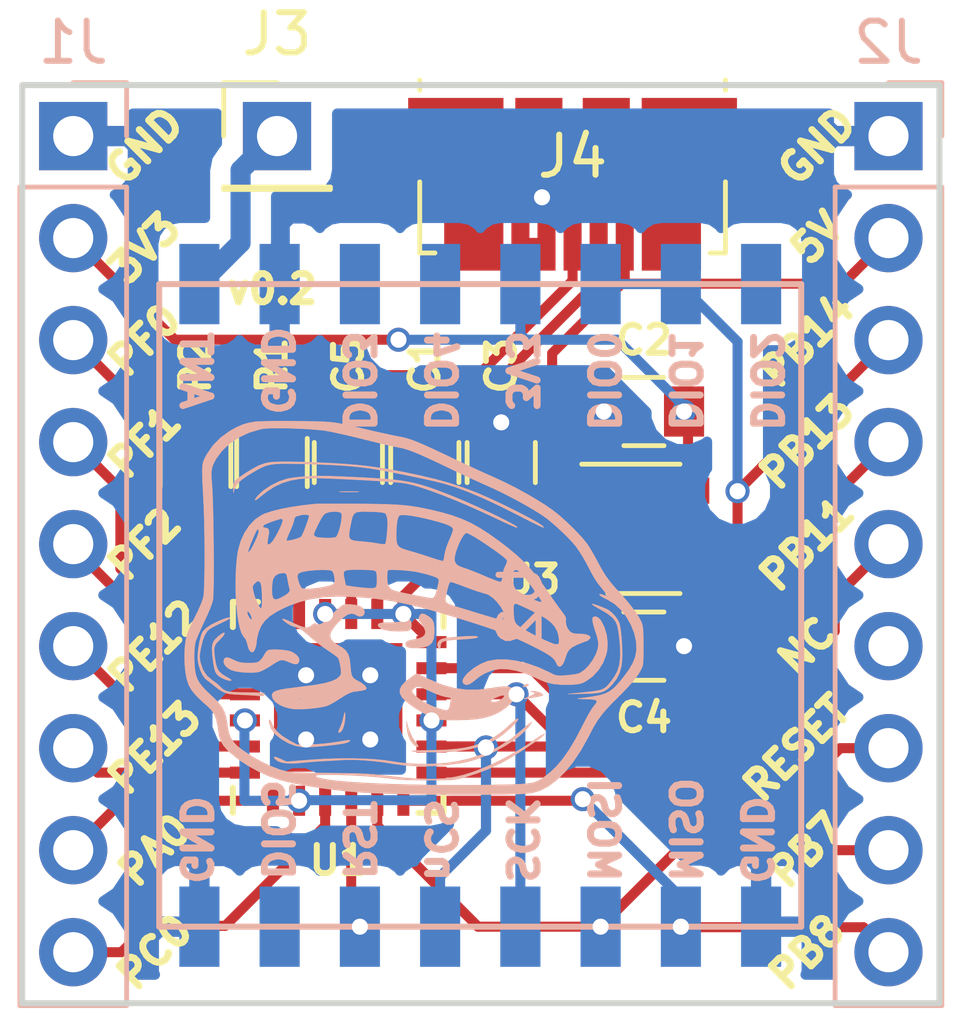
<source format=kicad_pcb>
(kicad_pcb (version 4) (host pcbnew 4.0.7+dfsg1-1)

  (general
    (links 58)
    (no_connects 0)
    (area 138.354999 95.174999 161.365001 118.185001)
    (thickness 1.6)
    (drawings 39)
    (tracks 208)
    (zones 0)
    (modules 15)
    (nets 30)
  )

  (page A4)
  (layers
    (0 F.Cu signal)
    (31 B.Cu signal)
    (32 B.Adhes user)
    (33 F.Adhes user)
    (34 B.Paste user)
    (35 F.Paste user)
    (36 B.SilkS user)
    (37 F.SilkS user)
    (38 B.Mask user hide)
    (39 F.Mask user hide)
    (40 Dwgs.User user hide)
    (41 Cmts.User user hide)
    (42 Eco1.User user hide)
    (43 Eco2.User user hide)
    (44 Edge.Cuts user hide)
    (45 Margin user hide)
    (46 B.CrtYd user hide)
    (47 F.CrtYd user)
    (48 B.Fab user hide)
    (49 F.Fab user hide)
  )

  (setup
    (last_trace_width 0.25)
    (trace_clearance 0.15)
    (zone_clearance 0.508)
    (zone_45_only no)
    (trace_min 0.2)
    (segment_width 0.2)
    (edge_width 0.15)
    (via_size 0.6)
    (via_drill 0.4)
    (via_min_size 0.4)
    (via_min_drill 0.3)
    (uvia_size 0.3)
    (uvia_drill 0.1)
    (uvias_allowed no)
    (uvia_min_size 0.2)
    (uvia_min_drill 0.1)
    (pcb_text_width 0.2)
    (pcb_text_size 0.7 0.7)
    (mod_edge_width 0.15)
    (mod_text_size 1 1)
    (mod_text_width 0.15)
    (pad_size 1.524 1.524)
    (pad_drill 0.762)
    (pad_to_mask_clearance 0.2)
    (aux_axis_origin 0 0)
    (visible_elements FFFFFF3F)
    (pcbplotparams
      (layerselection 0x00030_80000001)
      (usegerberextensions false)
      (excludeedgelayer true)
      (linewidth 0.100000)
      (plotframeref false)
      (viasonmask false)
      (mode 1)
      (useauxorigin false)
      (hpglpennumber 1)
      (hpglpenspeed 20)
      (hpglpendiameter 15)
      (hpglpenoverlay 2)
      (psnegative false)
      (psa4output false)
      (plotreference true)
      (plotvalue true)
      (plotinvisibletext false)
      (padsonsilk false)
      (subtractmaskfromsilk false)
      (outputformat 1)
      (mirror false)
      (drillshape 1)
      (scaleselection 1)
      (outputdirectory ""))
  )

  (net 0 "")
  (net 1 "Net-(C1-Pad1)")
  (net 2 GND)
  (net 3 +3V3)
  (net 4 "Net-(C3-Pad1)")
  (net 5 +5V)
  (net 6 /PF0)
  (net 7 /PF1)
  (net 8 /PF2)
  (net 9 /PE12)
  (net 10 /PE13)
  (net 11 /PA0)
  (net 12 /PC0)
  (net 13 /PB14)
  (net 14 /PB13)
  (net 15 /PB11)
  (net 16 /PB8)
  (net 17 /PB7)
  (net 18 /PC1)
  (net 19 "Net-(J3-Pad1)")
  (net 20 /D-)
  (net 21 /D+)
  (net 22 "Net-(R1-Pad2)")
  (net 23 "Net-(R2-Pad2)")
  (net 24 /RESET)
  (net 25 "Net-(U2-Pad7)")
  (net 26 "Net-(U2-Pad11)")
  (net 27 "Net-(U2-Pad12)")
  (net 28 "Net-(U2-Pad16)")
  (net 29 "Net-(J2-Pad6)")

  (net_class Default "This is the default net class."
    (clearance 0.15)
    (trace_width 0.25)
    (via_dia 0.6)
    (via_drill 0.4)
    (uvia_dia 0.3)
    (uvia_drill 0.1)
    (add_net +3V3)
    (add_net +5V)
    (add_net /D+)
    (add_net /D-)
    (add_net /PA0)
    (add_net /PB11)
    (add_net /PB13)
    (add_net /PB14)
    (add_net /PB7)
    (add_net /PB8)
    (add_net /PC0)
    (add_net /PC1)
    (add_net /PE12)
    (add_net /PE13)
    (add_net /PF0)
    (add_net /PF1)
    (add_net /PF2)
    (add_net /RESET)
    (add_net GND)
    (add_net "Net-(C1-Pad1)")
    (add_net "Net-(C3-Pad1)")
    (add_net "Net-(J2-Pad6)")
    (add_net "Net-(R1-Pad2)")
    (add_net "Net-(R2-Pad2)")
    (add_net "Net-(U2-Pad11)")
    (add_net "Net-(U2-Pad12)")
    (add_net "Net-(U2-Pad16)")
    (add_net "Net-(U2-Pad7)")
  )

  (net_class ANT ""
    (clearance 0.2)
    (trace_width 0.5)
    (via_dia 0.6)
    (via_drill 0.4)
    (uvia_dia 0.3)
    (uvia_drill 0.1)
    (add_net "Net-(J3-Pad1)")
  )

  (module gecklo:RFM92_95_96_98 locked (layer B.Cu) (tedit 583DAC8B) (tstamp 5AB689DB)
    (at 156.845 116.205 90)
    (path /5AB69319)
    (fp_text reference U2 (at 8 -6 90) (layer B.SilkS)
      (effects (font (size 1 1) (thickness 0.15)) (justify mirror))
    )
    (fp_text value RFM92/95/96/97/98 (at 8 -2.5 90) (layer B.Fab)
      (effects (font (size 1 1) (thickness 0.15)) (justify mirror))
    )
    (fp_line (start 0 1) (end 0 -15) (layer B.SilkS) (width 0.15))
    (fp_line (start 0 -15) (end 16 -15) (layer B.SilkS) (width 0.15))
    (fp_line (start 16 -15) (end 16 1) (layer B.SilkS) (width 0.15))
    (fp_line (start 16 1) (end 0 1) (layer B.SilkS) (width 0.15))
    (pad 1 smd rect (at 0 0 90) (size 2 1) (layers B.Cu B.Paste B.Mask)
      (net 2 GND))
    (pad 2 smd rect (at 0 -2 90) (size 2 1) (layers B.Cu B.Paste B.Mask)
      (net 16 /PB8))
    (pad 3 smd rect (at 0 -4 90) (size 2 1) (layers B.Cu B.Paste B.Mask)
      (net 17 /PB7))
    (pad 4 smd rect (at 0 -6 90) (size 2 1) (layers B.Cu B.Paste B.Mask)
      (net 14 /PB13))
    (pad 5 smd rect (at 0 -8 90) (size 2 1) (layers B.Cu B.Paste B.Mask)
      (net 15 /PB11))
    (pad 6 smd rect (at 0 -10 90) (size 2 1) (layers B.Cu B.Paste B.Mask)
      (net 18 /PC1))
    (pad 7 smd rect (at 0 -12 90) (size 2 1) (layers B.Cu B.Paste B.Mask)
      (net 25 "Net-(U2-Pad7)"))
    (pad 8 smd rect (at 0 -14 90) (size 2 1) (layers B.Cu B.Paste B.Mask)
      (net 2 GND))
    (pad 9 smd rect (at 16 -14 90) (size 2 1) (layers B.Cu B.Paste B.Mask)
      (net 19 "Net-(J3-Pad1)"))
    (pad 10 smd rect (at 16 -12 90) (size 2 1) (layers B.Cu B.Paste B.Mask)
      (net 2 GND))
    (pad 11 smd rect (at 16 -10 90) (size 2 1) (layers B.Cu B.Paste B.Mask)
      (net 26 "Net-(U2-Pad11)"))
    (pad 12 smd rect (at 16 -8 90) (size 2 1) (layers B.Cu B.Paste B.Mask)
      (net 27 "Net-(U2-Pad12)"))
    (pad 13 smd rect (at 16 -6 90) (size 2 1) (layers B.Cu B.Paste B.Mask)
      (net 3 +3V3))
    (pad 14 smd rect (at 16 -4 90) (size 2 1) (layers B.Cu B.Paste B.Mask)
      (net 13 /PB14))
    (pad 15 smd rect (at 16 -2 90) (size 2 1) (layers B.Cu B.Paste B.Mask)
      (net 13 /PB14))
    (pad 16 smd rect (at 16 0 90) (size 2 1) (layers B.Cu B.Paste B.Mask)
      (net 28 "Net-(U2-Pad16)"))
  )

  (module Capacitors_SMD:C_0805 (layer F.Cu) (tedit 5AD99E00) (tstamp 5AB68955)
    (at 148.463 104.648 90)
    (descr "Capacitor SMD 0805, reflow soldering, AVX (see smccp.pdf)")
    (tags "capacitor 0805")
    (path /5AB68A8E)
    (attr smd)
    (fp_text reference C1 (at 2.413 0 90) (layer F.SilkS)
      (effects (font (size 0.7 0.7) (thickness 0.15)))
    )
    (fp_text value 1uF (at 0 1.75 90) (layer F.Fab)
      (effects (font (size 1 1) (thickness 0.15)))
    )
    (fp_text user %R (at 2.794 0 90) (layer F.Fab)
      (effects (font (size 1 1) (thickness 0.15)))
    )
    (fp_line (start -1 0.62) (end -1 -0.62) (layer F.Fab) (width 0.1))
    (fp_line (start 1 0.62) (end -1 0.62) (layer F.Fab) (width 0.1))
    (fp_line (start 1 -0.62) (end 1 0.62) (layer F.Fab) (width 0.1))
    (fp_line (start -1 -0.62) (end 1 -0.62) (layer F.Fab) (width 0.1))
    (fp_line (start 0.5 -0.85) (end -0.5 -0.85) (layer F.SilkS) (width 0.12))
    (fp_line (start -0.5 0.85) (end 0.5 0.85) (layer F.SilkS) (width 0.12))
    (fp_line (start -1.75 -0.88) (end 1.75 -0.88) (layer F.CrtYd) (width 0.05))
    (fp_line (start -1.75 -0.88) (end -1.75 0.87) (layer F.CrtYd) (width 0.05))
    (fp_line (start 1.75 0.87) (end 1.75 -0.88) (layer F.CrtYd) (width 0.05))
    (fp_line (start 1.75 0.87) (end -1.75 0.87) (layer F.CrtYd) (width 0.05))
    (pad 1 smd rect (at -1 0 90) (size 1 1.25) (layers F.Cu F.Paste F.Mask)
      (net 1 "Net-(C1-Pad1)"))
    (pad 2 smd rect (at 1 0 90) (size 1 1.25) (layers F.Cu F.Paste F.Mask)
      (net 2 GND))
    (model Capacitors_SMD.3dshapes/C_0805.wrl
      (at (xyz 0 0 0))
      (scale (xyz 1 1 1))
      (rotate (xyz 0 0 0))
    )
  )

  (module Capacitors_SMD:C_0805 (layer F.Cu) (tedit 5AD99E44) (tstamp 5AB6895B)
    (at 153.924 103.378 180)
    (descr "Capacitor SMD 0805, reflow soldering, AVX (see smccp.pdf)")
    (tags "capacitor 0805")
    (path /5AB6994A)
    (attr smd)
    (fp_text reference C2 (at 0 1.778 180) (layer F.SilkS)
      (effects (font (size 0.7 0.7) (thickness 0.15)))
    )
    (fp_text value 1µF (at 0 1.75 180) (layer F.Fab)
      (effects (font (size 1 1) (thickness 0.15)))
    )
    (fp_text user %R (at 0 -1.5 180) (layer F.Fab)
      (effects (font (size 1 1) (thickness 0.15)))
    )
    (fp_line (start -1 0.62) (end -1 -0.62) (layer F.Fab) (width 0.1))
    (fp_line (start 1 0.62) (end -1 0.62) (layer F.Fab) (width 0.1))
    (fp_line (start 1 -0.62) (end 1 0.62) (layer F.Fab) (width 0.1))
    (fp_line (start -1 -0.62) (end 1 -0.62) (layer F.Fab) (width 0.1))
    (fp_line (start 0.5 -0.85) (end -0.5 -0.85) (layer F.SilkS) (width 0.12))
    (fp_line (start -0.5 0.85) (end 0.5 0.85) (layer F.SilkS) (width 0.12))
    (fp_line (start -1.75 -0.88) (end 1.75 -0.88) (layer F.CrtYd) (width 0.05))
    (fp_line (start -1.75 -0.88) (end -1.75 0.87) (layer F.CrtYd) (width 0.05))
    (fp_line (start 1.75 0.87) (end 1.75 -0.88) (layer F.CrtYd) (width 0.05))
    (fp_line (start 1.75 0.87) (end -1.75 0.87) (layer F.CrtYd) (width 0.05))
    (pad 1 smd rect (at -1 0 180) (size 1 1.25) (layers F.Cu F.Paste F.Mask)
      (net 3 +3V3))
    (pad 2 smd rect (at 1 0 180) (size 1 1.25) (layers F.Cu F.Paste F.Mask)
      (net 2 GND))
    (model Capacitors_SMD.3dshapes/C_0805.wrl
      (at (xyz 0 0 0))
      (scale (xyz 1 1 1))
      (rotate (xyz 0 0 0))
    )
  )

  (module Capacitors_SMD:C_0805 (layer F.Cu) (tedit 5AD99E16) (tstamp 5AB68961)
    (at 150.368 104.648 90)
    (descr "Capacitor SMD 0805, reflow soldering, AVX (see smccp.pdf)")
    (tags "capacitor 0805")
    (path /5AB6880A)
    (attr smd)
    (fp_text reference C3 (at 2.413 0 90) (layer F.SilkS)
      (effects (font (size 0.7 0.7) (thickness 0.15)))
    )
    (fp_text value 1µF (at 0 1.75 90) (layer F.Fab)
      (effects (font (size 1 1) (thickness 0.15)))
    )
    (fp_text user %R (at 2.794 -0.508 90) (layer F.Fab)
      (effects (font (size 1 1) (thickness 0.15)))
    )
    (fp_line (start -1 0.62) (end -1 -0.62) (layer F.Fab) (width 0.1))
    (fp_line (start 1 0.62) (end -1 0.62) (layer F.Fab) (width 0.1))
    (fp_line (start 1 -0.62) (end 1 0.62) (layer F.Fab) (width 0.1))
    (fp_line (start -1 -0.62) (end 1 -0.62) (layer F.Fab) (width 0.1))
    (fp_line (start 0.5 -0.85) (end -0.5 -0.85) (layer F.SilkS) (width 0.12))
    (fp_line (start -0.5 0.85) (end 0.5 0.85) (layer F.SilkS) (width 0.12))
    (fp_line (start -1.75 -0.88) (end 1.75 -0.88) (layer F.CrtYd) (width 0.05))
    (fp_line (start -1.75 -0.88) (end -1.75 0.87) (layer F.CrtYd) (width 0.05))
    (fp_line (start 1.75 0.87) (end 1.75 -0.88) (layer F.CrtYd) (width 0.05))
    (fp_line (start 1.75 0.87) (end -1.75 0.87) (layer F.CrtYd) (width 0.05))
    (pad 1 smd rect (at -1 0 90) (size 1 1.25) (layers F.Cu F.Paste F.Mask)
      (net 4 "Net-(C3-Pad1)"))
    (pad 2 smd rect (at 1 0 90) (size 1 1.25) (layers F.Cu F.Paste F.Mask)
      (net 2 GND))
    (model Capacitors_SMD.3dshapes/C_0805.wrl
      (at (xyz 0 0 0))
      (scale (xyz 1 1 1))
      (rotate (xyz 0 0 0))
    )
  )

  (module Capacitors_SMD:C_0805 (layer F.Cu) (tedit 5AD99E67) (tstamp 5AB68967)
    (at 153.924 109.22)
    (descr "Capacitor SMD 0805, reflow soldering, AVX (see smccp.pdf)")
    (tags "capacitor 0805")
    (path /5AB69C35)
    (attr smd)
    (fp_text reference C4 (at 0 1.778) (layer F.SilkS)
      (effects (font (size 0.7 0.7) (thickness 0.15)))
    )
    (fp_text value 1µF (at 0 1.75) (layer F.Fab)
      (effects (font (size 1 1) (thickness 0.15)))
    )
    (fp_text user %R (at 0 -1.5) (layer F.Fab)
      (effects (font (size 1 1) (thickness 0.15)))
    )
    (fp_line (start -1 0.62) (end -1 -0.62) (layer F.Fab) (width 0.1))
    (fp_line (start 1 0.62) (end -1 0.62) (layer F.Fab) (width 0.1))
    (fp_line (start 1 -0.62) (end 1 0.62) (layer F.Fab) (width 0.1))
    (fp_line (start -1 -0.62) (end 1 -0.62) (layer F.Fab) (width 0.1))
    (fp_line (start 0.5 -0.85) (end -0.5 -0.85) (layer F.SilkS) (width 0.12))
    (fp_line (start -0.5 0.85) (end 0.5 0.85) (layer F.SilkS) (width 0.12))
    (fp_line (start -1.75 -0.88) (end 1.75 -0.88) (layer F.CrtYd) (width 0.05))
    (fp_line (start -1.75 -0.88) (end -1.75 0.87) (layer F.CrtYd) (width 0.05))
    (fp_line (start 1.75 0.87) (end 1.75 -0.88) (layer F.CrtYd) (width 0.05))
    (fp_line (start 1.75 0.87) (end -1.75 0.87) (layer F.CrtYd) (width 0.05))
    (pad 1 smd rect (at -1 0) (size 1 1.25) (layers F.Cu F.Paste F.Mask)
      (net 5 +5V))
    (pad 2 smd rect (at 1 0) (size 1 1.25) (layers F.Cu F.Paste F.Mask)
      (net 2 GND))
    (model Capacitors_SMD.3dshapes/C_0805.wrl
      (at (xyz 0 0 0))
      (scale (xyz 1 1 1))
      (rotate (xyz 0 0 0))
    )
  )

  (module Capacitors_SMD:C_0805 (layer F.Cu) (tedit 5AD99DF1) (tstamp 5AB6896D)
    (at 146.558 104.648 90)
    (descr "Capacitor SMD 0805, reflow soldering, AVX (see smccp.pdf)")
    (tags "capacitor 0805")
    (path /5AB68BBC)
    (attr smd)
    (fp_text reference C5 (at 2.413 0 90) (layer F.SilkS)
      (effects (font (size 0.7 0.7) (thickness 0.15)))
    )
    (fp_text value 4.7µF (at 4.064 0 270) (layer F.Fab)
      (effects (font (size 1 1) (thickness 0.15)))
    )
    (fp_text user %R (at 2.286 -1.778 90) (layer F.Fab)
      (effects (font (size 1 1) (thickness 0.15)))
    )
    (fp_line (start -1 0.62) (end -1 -0.62) (layer F.Fab) (width 0.1))
    (fp_line (start 1 0.62) (end -1 0.62) (layer F.Fab) (width 0.1))
    (fp_line (start 1 -0.62) (end 1 0.62) (layer F.Fab) (width 0.1))
    (fp_line (start -1 -0.62) (end 1 -0.62) (layer F.Fab) (width 0.1))
    (fp_line (start 0.5 -0.85) (end -0.5 -0.85) (layer F.SilkS) (width 0.12))
    (fp_line (start -0.5 0.85) (end 0.5 0.85) (layer F.SilkS) (width 0.12))
    (fp_line (start -1.75 -0.88) (end 1.75 -0.88) (layer F.CrtYd) (width 0.05))
    (fp_line (start -1.75 -0.88) (end -1.75 0.87) (layer F.CrtYd) (width 0.05))
    (fp_line (start 1.75 0.87) (end 1.75 -0.88) (layer F.CrtYd) (width 0.05))
    (fp_line (start 1.75 0.87) (end -1.75 0.87) (layer F.CrtYd) (width 0.05))
    (pad 1 smd rect (at -1 0 90) (size 1 1.25) (layers F.Cu F.Paste F.Mask)
      (net 5 +5V))
    (pad 2 smd rect (at 1 0 90) (size 1 1.25) (layers F.Cu F.Paste F.Mask)
      (net 2 GND))
    (model Capacitors_SMD.3dshapes/C_0805.wrl
      (at (xyz 0 0 0))
      (scale (xyz 1 1 1))
      (rotate (xyz 0 0 0))
    )
  )

  (module Pin_Headers:Pin_Header_Straight_1x09_Pitch2.54mm (layer B.Cu) (tedit 59650532) (tstamp 5AB6897A)
    (at 139.7 96.52 180)
    (descr "Through hole straight pin header, 1x09, 2.54mm pitch, single row")
    (tags "Through hole pin header THT 1x09 2.54mm single row")
    (path /5AB6BF67)
    (fp_text reference J1 (at 0 2.33 180) (layer B.SilkS)
      (effects (font (size 1 1) (thickness 0.15)) (justify mirror))
    )
    (fp_text value Conn_01x09 (at 0 -22.65 180) (layer B.Fab)
      (effects (font (size 1 1) (thickness 0.15)) (justify mirror))
    )
    (fp_line (start -0.635 1.27) (end 1.27 1.27) (layer B.Fab) (width 0.1))
    (fp_line (start 1.27 1.27) (end 1.27 -21.59) (layer B.Fab) (width 0.1))
    (fp_line (start 1.27 -21.59) (end -1.27 -21.59) (layer B.Fab) (width 0.1))
    (fp_line (start -1.27 -21.59) (end -1.27 0.635) (layer B.Fab) (width 0.1))
    (fp_line (start -1.27 0.635) (end -0.635 1.27) (layer B.Fab) (width 0.1))
    (fp_line (start -1.33 -21.65) (end 1.33 -21.65) (layer B.SilkS) (width 0.12))
    (fp_line (start -1.33 -1.27) (end -1.33 -21.65) (layer B.SilkS) (width 0.12))
    (fp_line (start 1.33 -1.27) (end 1.33 -21.65) (layer B.SilkS) (width 0.12))
    (fp_line (start -1.33 -1.27) (end 1.33 -1.27) (layer B.SilkS) (width 0.12))
    (fp_line (start -1.33 0) (end -1.33 1.33) (layer B.SilkS) (width 0.12))
    (fp_line (start -1.33 1.33) (end 0 1.33) (layer B.SilkS) (width 0.12))
    (fp_line (start -1.8 1.8) (end -1.8 -22.1) (layer B.CrtYd) (width 0.05))
    (fp_line (start -1.8 -22.1) (end 1.8 -22.1) (layer B.CrtYd) (width 0.05))
    (fp_line (start 1.8 -22.1) (end 1.8 1.8) (layer B.CrtYd) (width 0.05))
    (fp_line (start 1.8 1.8) (end -1.8 1.8) (layer B.CrtYd) (width 0.05))
    (fp_text user %R (at 0 -10.16 450) (layer B.Fab)
      (effects (font (size 1 1) (thickness 0.15)) (justify mirror))
    )
    (pad 1 thru_hole rect (at 0 0 180) (size 1.7 1.7) (drill 1) (layers *.Cu *.Mask)
      (net 2 GND))
    (pad 2 thru_hole oval (at 0 -2.54 180) (size 1.7 1.7) (drill 1) (layers *.Cu *.Mask)
      (net 3 +3V3))
    (pad 3 thru_hole oval (at 0 -5.08 180) (size 1.7 1.7) (drill 1) (layers *.Cu *.Mask)
      (net 6 /PF0))
    (pad 4 thru_hole oval (at 0 -7.62 180) (size 1.7 1.7) (drill 1) (layers *.Cu *.Mask)
      (net 7 /PF1))
    (pad 5 thru_hole oval (at 0 -10.16 180) (size 1.7 1.7) (drill 1) (layers *.Cu *.Mask)
      (net 8 /PF2))
    (pad 6 thru_hole oval (at 0 -12.7 180) (size 1.7 1.7) (drill 1) (layers *.Cu *.Mask)
      (net 9 /PE12))
    (pad 7 thru_hole oval (at 0 -15.24 180) (size 1.7 1.7) (drill 1) (layers *.Cu *.Mask)
      (net 10 /PE13))
    (pad 8 thru_hole oval (at 0 -17.78 180) (size 1.7 1.7) (drill 1) (layers *.Cu *.Mask)
      (net 11 /PA0))
    (pad 9 thru_hole oval (at 0 -20.32 180) (size 1.7 1.7) (drill 1) (layers *.Cu *.Mask)
      (net 12 /PC0))
    (model ${KISYS3DMOD}/Pin_Headers.3dshapes/Pin_Header_Straight_1x09_Pitch2.54mm.wrl
      (at (xyz 0 0 0))
      (scale (xyz 1 1 1))
      (rotate (xyz 0 0 0))
    )
  )

  (module Pin_Headers:Pin_Header_Straight_1x09_Pitch2.54mm (layer B.Cu) (tedit 59650532) (tstamp 5AB68987)
    (at 160.02 96.52 180)
    (descr "Through hole straight pin header, 1x09, 2.54mm pitch, single row")
    (tags "Through hole pin header THT 1x09 2.54mm single row")
    (path /5AB6BB5C)
    (fp_text reference J2 (at 0 2.33 180) (layer B.SilkS)
      (effects (font (size 1 1) (thickness 0.15)) (justify mirror))
    )
    (fp_text value Conn_01x09 (at 0 -22.65 180) (layer B.Fab)
      (effects (font (size 1 1) (thickness 0.15)) (justify mirror))
    )
    (fp_line (start -0.635 1.27) (end 1.27 1.27) (layer B.Fab) (width 0.1))
    (fp_line (start 1.27 1.27) (end 1.27 -21.59) (layer B.Fab) (width 0.1))
    (fp_line (start 1.27 -21.59) (end -1.27 -21.59) (layer B.Fab) (width 0.1))
    (fp_line (start -1.27 -21.59) (end -1.27 0.635) (layer B.Fab) (width 0.1))
    (fp_line (start -1.27 0.635) (end -0.635 1.27) (layer B.Fab) (width 0.1))
    (fp_line (start -1.33 -21.65) (end 1.33 -21.65) (layer B.SilkS) (width 0.12))
    (fp_line (start -1.33 -1.27) (end -1.33 -21.65) (layer B.SilkS) (width 0.12))
    (fp_line (start 1.33 -1.27) (end 1.33 -21.65) (layer B.SilkS) (width 0.12))
    (fp_line (start -1.33 -1.27) (end 1.33 -1.27) (layer B.SilkS) (width 0.12))
    (fp_line (start -1.33 0) (end -1.33 1.33) (layer B.SilkS) (width 0.12))
    (fp_line (start -1.33 1.33) (end 0 1.33) (layer B.SilkS) (width 0.12))
    (fp_line (start -1.8 1.8) (end -1.8 -22.1) (layer B.CrtYd) (width 0.05))
    (fp_line (start -1.8 -22.1) (end 1.8 -22.1) (layer B.CrtYd) (width 0.05))
    (fp_line (start 1.8 -22.1) (end 1.8 1.8) (layer B.CrtYd) (width 0.05))
    (fp_line (start 1.8 1.8) (end -1.8 1.8) (layer B.CrtYd) (width 0.05))
    (fp_text user %R (at 0 -10.16 450) (layer B.Fab)
      (effects (font (size 1 1) (thickness 0.15)) (justify mirror))
    )
    (pad 1 thru_hole rect (at 0 0 180) (size 1.7 1.7) (drill 1) (layers *.Cu *.Mask)
      (net 2 GND))
    (pad 2 thru_hole oval (at 0 -2.54 180) (size 1.7 1.7) (drill 1) (layers *.Cu *.Mask)
      (net 5 +5V))
    (pad 3 thru_hole oval (at 0 -5.08 180) (size 1.7 1.7) (drill 1) (layers *.Cu *.Mask)
      (net 13 /PB14))
    (pad 4 thru_hole oval (at 0 -7.62 180) (size 1.7 1.7) (drill 1) (layers *.Cu *.Mask)
      (net 14 /PB13))
    (pad 5 thru_hole oval (at 0 -10.16 180) (size 1.7 1.7) (drill 1) (layers *.Cu *.Mask)
      (net 15 /PB11))
    (pad 6 thru_hole oval (at 0 -12.7 180) (size 1.7 1.7) (drill 1) (layers *.Cu *.Mask)
      (net 29 "Net-(J2-Pad6)"))
    (pad 7 thru_hole oval (at 0 -15.24 180) (size 1.7 1.7) (drill 1) (layers *.Cu *.Mask)
      (net 24 /RESET))
    (pad 8 thru_hole oval (at 0 -17.78 180) (size 1.7 1.7) (drill 1) (layers *.Cu *.Mask)
      (net 17 /PB7))
    (pad 9 thru_hole oval (at 0 -20.32 180) (size 1.7 1.7) (drill 1) (layers *.Cu *.Mask)
      (net 16 /PB8))
    (model ${KISYS3DMOD}/Pin_Headers.3dshapes/Pin_Header_Straight_1x09_Pitch2.54mm.wrl
      (at (xyz 0 0 0))
      (scale (xyz 1 1 1))
      (rotate (xyz 0 0 0))
    )
  )

  (module Pin_Headers:Pin_Header_Straight_1x01_Pitch2.54mm (layer F.Cu) (tedit 59650532) (tstamp 5AB6898C)
    (at 144.78 96.52)
    (descr "Through hole straight pin header, 1x01, 2.54mm pitch, single row")
    (tags "Through hole pin header THT 1x01 2.54mm single row")
    (path /5AB6CF68)
    (fp_text reference J3 (at 0 -2.54) (layer F.SilkS)
      (effects (font (size 1 1) (thickness 0.15)))
    )
    (fp_text value Conn_01x01 (at 0 2.33) (layer F.Fab)
      (effects (font (size 1 1) (thickness 0.15)))
    )
    (fp_line (start -0.635 -1.27) (end 1.27 -1.27) (layer F.Fab) (width 0.1))
    (fp_line (start 1.27 -1.27) (end 1.27 1.27) (layer F.Fab) (width 0.1))
    (fp_line (start 1.27 1.27) (end -1.27 1.27) (layer F.Fab) (width 0.1))
    (fp_line (start -1.27 1.27) (end -1.27 -0.635) (layer F.Fab) (width 0.1))
    (fp_line (start -1.27 -0.635) (end -0.635 -1.27) (layer F.Fab) (width 0.1))
    (fp_line (start -1.33 1.33) (end 1.33 1.33) (layer F.SilkS) (width 0.12))
    (fp_line (start -1.33 1.27) (end -1.33 1.33) (layer F.SilkS) (width 0.12))
    (fp_line (start 1.33 1.27) (end 1.33 1.33) (layer F.SilkS) (width 0.12))
    (fp_line (start -1.33 1.27) (end 1.33 1.27) (layer F.SilkS) (width 0.12))
    (fp_line (start -1.33 0) (end -1.33 -1.33) (layer F.SilkS) (width 0.12))
    (fp_line (start -1.33 -1.33) (end 0 -1.33) (layer F.SilkS) (width 0.12))
    (fp_line (start -1.8 -1.8) (end -1.8 1.8) (layer F.CrtYd) (width 0.05))
    (fp_line (start -1.8 1.8) (end 1.8 1.8) (layer F.CrtYd) (width 0.05))
    (fp_line (start 1.8 1.8) (end 1.8 -1.8) (layer F.CrtYd) (width 0.05))
    (fp_line (start 1.8 -1.8) (end -1.8 -1.8) (layer F.CrtYd) (width 0.05))
    (fp_text user %R (at 0 0 90) (layer F.Fab)
      (effects (font (size 1 1) (thickness 0.15)))
    )
    (pad 1 thru_hole rect (at 0 0) (size 1.7 1.7) (drill 1) (layers *.Cu *.Mask)
      (net 19 "Net-(J3-Pad1)"))
    (model ${KISYS3DMOD}/Pin_Headers.3dshapes/Pin_Header_Straight_1x01_Pitch2.54mm.wrl
      (at (xyz 0 0 0))
      (scale (xyz 1 1 1))
      (rotate (xyz 0 0 0))
    )
  )

  (module Connectors_USB:USB_Micro-B_Molex_47346-0001 (layer F.Cu) (tedit 594C50D0) (tstamp 5AB6899B)
    (at 152.146 96.52 180)
    (descr "Micro USB B receptable with flange, bottom-mount, SMD, right-angle (http://www.molex.com/pdm_docs/sd/473460001_sd.pdf)")
    (tags "Micro B USB SMD")
    (path /5AB679AF)
    (attr smd)
    (fp_text reference J4 (at 0 -0.508 360) (layer F.SilkS)
      (effects (font (size 1 1) (thickness 0.15)))
    )
    (fp_text value USB_B (at 0 3.4 360) (layer F.Fab)
      (effects (font (size 1 1) (thickness 0.15)))
    )
    (fp_text user "PCB Edge" (at 0 1.47 360) (layer Dwgs.User)
      (effects (font (size 0.4 0.4) (thickness 0.04)))
    )
    (fp_text user %R (at 0 0 180) (layer F.Fab)
      (effects (font (size 1 1) (thickness 0.15)))
    )
    (fp_line (start 3.81 -2.91) (end 3.43 -2.91) (layer F.SilkS) (width 0.12))
    (fp_line (start 4.6 2.7) (end -4.6 2.7) (layer F.CrtYd) (width 0.05))
    (fp_line (start 4.6 -3.9) (end 4.6 2.7) (layer F.CrtYd) (width 0.05))
    (fp_line (start -4.6 -3.9) (end 4.6 -3.9) (layer F.CrtYd) (width 0.05))
    (fp_line (start -4.6 2.7) (end -4.6 -3.9) (layer F.CrtYd) (width 0.05))
    (fp_line (start 3.75 2.15) (end -3.75 2.15) (layer F.Fab) (width 0.1))
    (fp_line (start 3.75 -2.85) (end 3.75 2.15) (layer F.Fab) (width 0.1))
    (fp_line (start -3.75 -2.85) (end 3.75 -2.85) (layer F.Fab) (width 0.1))
    (fp_line (start -3.75 2.15) (end -3.75 -2.85) (layer F.Fab) (width 0.1))
    (fp_line (start 3.81 1.14) (end 3.81 1.4) (layer F.SilkS) (width 0.12))
    (fp_line (start 3.81 -2.91) (end 3.81 -1.14) (layer F.SilkS) (width 0.12))
    (fp_line (start -3.81 -2.91) (end -3.43 -2.91) (layer F.SilkS) (width 0.12))
    (fp_line (start -3.81 -1.14) (end -3.81 -2.91) (layer F.SilkS) (width 0.12))
    (fp_line (start -3.81 1.4) (end -3.81 1.14) (layer F.SilkS) (width 0.12))
    (fp_line (start -3.25 1.45) (end 3.25 1.45) (layer F.Fab) (width 0.1))
    (pad 1 smd rect (at -1.3 -2.66 180) (size 0.45 1.38) (layers F.Cu F.Paste F.Mask)
      (net 5 +5V))
    (pad 2 smd rect (at -0.65 -2.66 180) (size 0.45 1.38) (layers F.Cu F.Paste F.Mask)
      (net 20 /D-))
    (pad 3 smd rect (at 0 -2.66 180) (size 0.45 1.38) (layers F.Cu F.Paste F.Mask)
      (net 21 /D+))
    (pad 4 smd rect (at 0.65 -2.66 180) (size 0.45 1.38) (layers F.Cu F.Paste F.Mask)
      (net 2 GND))
    (pad 5 smd rect (at 1.3 -2.66 180) (size 0.45 1.38) (layers F.Cu F.Paste F.Mask)
      (net 2 GND))
    (pad 6 smd rect (at -2.4625 -2.3 180) (size 1.475 2.1) (layers F.Cu F.Paste F.Mask))
    (pad 6 smd rect (at 2.4625 -2.3 180) (size 1.475 2.1) (layers F.Cu F.Paste F.Mask))
    (pad 6 smd rect (at -2.91 0 180) (size 2.375 1.9) (layers F.Cu F.Paste F.Mask))
    (pad 6 smd rect (at 2.91 0 180) (size 2.375 1.9) (layers F.Cu F.Paste F.Mask))
    (pad 6 smd rect (at -0.84 0 180) (size 1.175 1.9) (layers F.Cu F.Paste F.Mask))
    (pad 6 smd rect (at 0.84 0 180) (size 1.175 1.9) (layers F.Cu F.Paste F.Mask))
    (model ${KISYS3DMOD}/Connectors_USB.3dshapes/USB_Micro-B_Molex_47346-0001.wrl
      (at (xyz 0 0 0))
      (scale (xyz 1 1 1))
      (rotate (xyz 0 0 0))
    )
  )

  (module Resistors_SMD:R_0805 (layer F.Cu) (tedit 5AD99DE3) (tstamp 5AB689A1)
    (at 144.653 104.648 270)
    (descr "Resistor SMD 0805, reflow soldering, Vishay (see dcrcw.pdf)")
    (tags "resistor 0805")
    (path /5AB67B07)
    (attr smd)
    (fp_text reference R1 (at -2.413 0 270) (layer F.SilkS)
      (effects (font (size 0.7 0.7) (thickness 0.15)))
    )
    (fp_text value 15 (at -2.54 -2.032 270) (layer F.Fab)
      (effects (font (size 1 1) (thickness 0.15)))
    )
    (fp_text user %R (at 0 0 270) (layer F.Fab)
      (effects (font (size 0.5 0.5) (thickness 0.075)))
    )
    (fp_line (start -1 0.62) (end -1 -0.62) (layer F.Fab) (width 0.1))
    (fp_line (start 1 0.62) (end -1 0.62) (layer F.Fab) (width 0.1))
    (fp_line (start 1 -0.62) (end 1 0.62) (layer F.Fab) (width 0.1))
    (fp_line (start -1 -0.62) (end 1 -0.62) (layer F.Fab) (width 0.1))
    (fp_line (start 0.6 0.88) (end -0.6 0.88) (layer F.SilkS) (width 0.12))
    (fp_line (start -0.6 -0.88) (end 0.6 -0.88) (layer F.SilkS) (width 0.12))
    (fp_line (start -1.55 -0.9) (end 1.55 -0.9) (layer F.CrtYd) (width 0.05))
    (fp_line (start -1.55 -0.9) (end -1.55 0.9) (layer F.CrtYd) (width 0.05))
    (fp_line (start 1.55 0.9) (end 1.55 -0.9) (layer F.CrtYd) (width 0.05))
    (fp_line (start 1.55 0.9) (end -1.55 0.9) (layer F.CrtYd) (width 0.05))
    (pad 1 smd rect (at -0.95 0 270) (size 0.7 1.3) (layers F.Cu F.Paste F.Mask)
      (net 20 /D-))
    (pad 2 smd rect (at 0.95 0 270) (size 0.7 1.3) (layers F.Cu F.Paste F.Mask)
      (net 22 "Net-(R1-Pad2)"))
    (model ${KISYS3DMOD}/Resistors_SMD.3dshapes/R_0805.wrl
      (at (xyz 0 0 0))
      (scale (xyz 1 1 1))
      (rotate (xyz 0 0 0))
    )
  )

  (module Resistors_SMD:R_0805 (layer F.Cu) (tedit 5AD99DD2) (tstamp 5AB689A7)
    (at 142.748 104.648 270)
    (descr "Resistor SMD 0805, reflow soldering, Vishay (see dcrcw.pdf)")
    (tags "resistor 0805")
    (path /5AB67B6A)
    (attr smd)
    (fp_text reference R2 (at -2.413 0 270) (layer F.SilkS)
      (effects (font (size 0.7 0.7) (thickness 0.15)))
    )
    (fp_text value 15 (at 0 1.75 270) (layer F.Fab)
      (effects (font (size 1 1) (thickness 0.15)))
    )
    (fp_text user %R (at 0 0 270) (layer F.Fab)
      (effects (font (size 0.5 0.5) (thickness 0.075)))
    )
    (fp_line (start -1 0.62) (end -1 -0.62) (layer F.Fab) (width 0.1))
    (fp_line (start 1 0.62) (end -1 0.62) (layer F.Fab) (width 0.1))
    (fp_line (start 1 -0.62) (end 1 0.62) (layer F.Fab) (width 0.1))
    (fp_line (start -1 -0.62) (end 1 -0.62) (layer F.Fab) (width 0.1))
    (fp_line (start 0.6 0.88) (end -0.6 0.88) (layer F.SilkS) (width 0.12))
    (fp_line (start -0.6 -0.88) (end 0.6 -0.88) (layer F.SilkS) (width 0.12))
    (fp_line (start -1.55 -0.9) (end 1.55 -0.9) (layer F.CrtYd) (width 0.05))
    (fp_line (start -1.55 -0.9) (end -1.55 0.9) (layer F.CrtYd) (width 0.05))
    (fp_line (start 1.55 0.9) (end 1.55 -0.9) (layer F.CrtYd) (width 0.05))
    (fp_line (start 1.55 0.9) (end -1.55 0.9) (layer F.CrtYd) (width 0.05))
    (pad 1 smd rect (at -0.95 0 270) (size 0.7 1.3) (layers F.Cu F.Paste F.Mask)
      (net 21 /D+))
    (pad 2 smd rect (at 0.95 0 270) (size 0.7 1.3) (layers F.Cu F.Paste F.Mask)
      (net 23 "Net-(R2-Pad2)"))
    (model ${KISYS3DMOD}/Resistors_SMD.3dshapes/R_0805.wrl
      (at (xyz 0 0 0))
      (scale (xyz 1 1 1))
      (rotate (xyz 0 0 0))
    )
  )

  (module Housings_DFN_QFN:QFN-24-1EP_5x5mm_Pitch0.65mm (layer F.Cu) (tedit 5AD99E7E) (tstamp 5AB689C7)
    (at 146.304 110.744 90)
    (descr "UH Package; 24-Lead Plastic QFN (5mm x 5mm); (see Linear Technology (UH24) QFN 05-08-1747 Rev A.pdf)")
    (tags "QFN 0.65")
    (path /5AB67902)
    (attr smd)
    (fp_text reference U1 (at -3.81 0 180) (layer F.SilkS)
      (effects (font (size 0.7 0.7) (thickness 0.15)))
    )
    (fp_text value EFM32HG309 (at 0 3.7 90) (layer F.Fab)
      (effects (font (size 1 1) (thickness 0.15)))
    )
    (fp_line (start -1.5 -2.5) (end 2.5 -2.5) (layer F.Fab) (width 0.15))
    (fp_line (start 2.5 -2.5) (end 2.5 2.5) (layer F.Fab) (width 0.15))
    (fp_line (start 2.5 2.5) (end -2.5 2.5) (layer F.Fab) (width 0.15))
    (fp_line (start -2.5 2.5) (end -2.5 -1.5) (layer F.Fab) (width 0.15))
    (fp_line (start -2.5 -1.5) (end -1.5 -2.5) (layer F.Fab) (width 0.15))
    (fp_line (start -2.95 -2.95) (end -2.95 2.95) (layer F.CrtYd) (width 0.05))
    (fp_line (start 2.95 -2.95) (end 2.95 2.95) (layer F.CrtYd) (width 0.05))
    (fp_line (start -2.95 -2.95) (end 2.95 -2.95) (layer F.CrtYd) (width 0.05))
    (fp_line (start -2.95 2.95) (end 2.95 2.95) (layer F.CrtYd) (width 0.05))
    (fp_line (start 2.625 -2.625) (end 2.625 -2) (layer F.SilkS) (width 0.15))
    (fp_line (start -2.625 2.625) (end -2.625 2) (layer F.SilkS) (width 0.15))
    (fp_line (start 2.625 2.625) (end 2.625 2) (layer F.SilkS) (width 0.15))
    (fp_line (start -2.625 -2.625) (end -2 -2.625) (layer F.SilkS) (width 0.15))
    (fp_line (start -2.625 2.625) (end -2 2.625) (layer F.SilkS) (width 0.15))
    (fp_line (start 2.625 2.625) (end 2 2.625) (layer F.SilkS) (width 0.15))
    (fp_line (start 2.625 -2.625) (end 2 -2.625) (layer F.SilkS) (width 0.15))
    (pad 1 smd rect (at -2.325 -1.625 90) (size 0.75 0.3) (layers F.Cu F.Paste F.Mask)
      (net 11 /PA0))
    (pad 2 smd rect (at -2.325 -0.975 90) (size 0.75 0.3) (layers F.Cu F.Paste F.Mask)
      (net 4 "Net-(C3-Pad1)"))
    (pad 3 smd rect (at -2.325 -0.325 90) (size 0.75 0.3) (layers F.Cu F.Paste F.Mask)
      (net 12 /PC0))
    (pad 4 smd rect (at -2.325 0.325 90) (size 0.75 0.3) (layers F.Cu F.Paste F.Mask)
      (net 18 /PC1))
    (pad 5 smd rect (at -2.325 0.975 90) (size 0.75 0.3) (layers F.Cu F.Paste F.Mask)
      (net 17 /PB7))
    (pad 6 smd rect (at -2.325 1.625 90) (size 0.75 0.3) (layers F.Cu F.Paste F.Mask)
      (net 16 /PB8))
    (pad 7 smd rect (at -1.625 2.325 180) (size 0.75 0.3) (layers F.Cu F.Paste F.Mask)
      (net 24 /RESET))
    (pad 8 smd rect (at -0.975 2.325 180) (size 0.75 0.3) (layers F.Cu F.Paste F.Mask)
      (net 15 /PB11))
    (pad 9 smd rect (at -0.325 2.325 180) (size 0.75 0.3) (layers F.Cu F.Paste F.Mask)
      (net 4 "Net-(C3-Pad1)"))
    (pad 10 smd rect (at 0.325 2.325 180) (size 0.75 0.3) (layers F.Cu F.Paste F.Mask)
      (net 14 /PB13))
    (pad 11 smd rect (at 0.975 2.325 180) (size 0.75 0.3) (layers F.Cu F.Paste F.Mask)
      (net 13 /PB14))
    (pad 12 smd rect (at 1.625 2.325 180) (size 0.75 0.3) (layers F.Cu F.Paste F.Mask)
      (net 4 "Net-(C3-Pad1)"))
    (pad 13 smd rect (at 2.325 1.625 90) (size 0.75 0.3) (layers F.Cu F.Paste F.Mask)
      (net 4 "Net-(C3-Pad1)"))
    (pad 14 smd rect (at 2.325 0.975 90) (size 0.75 0.3) (layers F.Cu F.Paste F.Mask)
      (net 1 "Net-(C1-Pad1)"))
    (pad 15 smd rect (at 2.325 0.325 90) (size 0.75 0.3) (layers F.Cu F.Paste F.Mask)
      (net 5 +5V))
    (pad 16 smd rect (at 2.325 -0.325 90) (size 0.75 0.3) (layers F.Cu F.Paste F.Mask)
      (net 4 "Net-(C3-Pad1)"))
    (pad 17 smd rect (at 2.325 -0.975 90) (size 0.75 0.3) (layers F.Cu F.Paste F.Mask)
      (net 22 "Net-(R1-Pad2)"))
    (pad 18 smd rect (at 2.325 -1.625 90) (size 0.75 0.3) (layers F.Cu F.Paste F.Mask)
      (net 23 "Net-(R2-Pad2)"))
    (pad 19 smd rect (at 1.625 -2.325 180) (size 0.75 0.3) (layers F.Cu F.Paste F.Mask)
      (net 6 /PF0))
    (pad 20 smd rect (at 0.975 -2.325 180) (size 0.75 0.3) (layers F.Cu F.Paste F.Mask)
      (net 7 /PF1))
    (pad 21 smd rect (at 0.325 -2.325 180) (size 0.75 0.3) (layers F.Cu F.Paste F.Mask)
      (net 8 /PF2))
    (pad 22 smd rect (at -0.325 -2.325 180) (size 0.75 0.3) (layers F.Cu F.Paste F.Mask)
      (net 4 "Net-(C3-Pad1)"))
    (pad 23 smd rect (at -0.975 -2.325 180) (size 0.75 0.3) (layers F.Cu F.Paste F.Mask)
      (net 9 /PE12))
    (pad 24 smd rect (at -1.625 -2.325 180) (size 0.75 0.3) (layers F.Cu F.Paste F.Mask)
      (net 10 /PE13))
    (pad 25 smd rect (at 0.8 0.8 90) (size 1.6 1.6) (layers F.Cu F.Paste F.Mask)
      (net 2 GND) (solder_paste_margin_ratio -0.2))
    (pad 25 smd rect (at 0.8 -0.8 90) (size 1.6 1.6) (layers F.Cu F.Paste F.Mask)
      (net 2 GND) (solder_paste_margin_ratio -0.2))
    (pad 25 smd rect (at -0.8 0.8 90) (size 1.6 1.6) (layers F.Cu F.Paste F.Mask)
      (net 2 GND) (solder_paste_margin_ratio -0.2))
    (pad 25 smd rect (at -0.8 -0.8 90) (size 1.6 1.6) (layers F.Cu F.Paste F.Mask)
      (net 2 GND) (solder_paste_margin_ratio -0.2))
    (model ${KISYS3DMOD}/Housings_DFN_QFN.3dshapes/QFN-24-1EP_5x5mm_Pitch0.65mm.wrl
      (at (xyz 0 0 0))
      (scale (xyz 1 1 1))
      (rotate (xyz 0 0 0))
    )
  )

  (module TO_SOT_Packages_SMD:SOT-23-5 (layer F.Cu) (tedit 5AD99E52) (tstamp 5AB689E4)
    (at 153.924 106.299)
    (descr "5-pin SOT23 package")
    (tags SOT-23-5)
    (path /5AB694BA)
    (attr smd)
    (fp_text reference U3 (at -2.794 1.27 180) (layer F.SilkS)
      (effects (font (size 0.7 0.7) (thickness 0.15)))
    )
    (fp_text value AP2112_SOT23-5 (at 20.574 -0.508) (layer F.Fab)
      (effects (font (size 1 1) (thickness 0.15)))
    )
    (fp_text user %R (at 0 0 90) (layer F.Fab)
      (effects (font (size 0.5 0.5) (thickness 0.075)))
    )
    (fp_line (start -0.9 1.61) (end 0.9 1.61) (layer F.SilkS) (width 0.12))
    (fp_line (start 0.9 -1.61) (end -1.55 -1.61) (layer F.SilkS) (width 0.12))
    (fp_line (start -1.9 -1.8) (end 1.9 -1.8) (layer F.CrtYd) (width 0.05))
    (fp_line (start 1.9 -1.8) (end 1.9 1.8) (layer F.CrtYd) (width 0.05))
    (fp_line (start 1.9 1.8) (end -1.9 1.8) (layer F.CrtYd) (width 0.05))
    (fp_line (start -1.9 1.8) (end -1.9 -1.8) (layer F.CrtYd) (width 0.05))
    (fp_line (start -0.9 -0.9) (end -0.25 -1.55) (layer F.Fab) (width 0.1))
    (fp_line (start 0.9 -1.55) (end -0.25 -1.55) (layer F.Fab) (width 0.1))
    (fp_line (start -0.9 -0.9) (end -0.9 1.55) (layer F.Fab) (width 0.1))
    (fp_line (start 0.9 1.55) (end -0.9 1.55) (layer F.Fab) (width 0.1))
    (fp_line (start 0.9 -1.55) (end 0.9 1.55) (layer F.Fab) (width 0.1))
    (pad 1 smd rect (at -1.1 -0.95) (size 1.06 0.65) (layers F.Cu F.Paste F.Mask)
      (net 5 +5V))
    (pad 2 smd rect (at -1.1 0) (size 1.06 0.65) (layers F.Cu F.Paste F.Mask)
      (net 2 GND))
    (pad 3 smd rect (at -1.1 0.95) (size 1.06 0.65) (layers F.Cu F.Paste F.Mask)
      (net 5 +5V))
    (pad 4 smd rect (at 1.1 0.95) (size 1.06 0.65) (layers F.Cu F.Paste F.Mask)
      (net 3 +3V3))
    (pad 5 smd rect (at 1.1 -0.95) (size 1.06 0.65) (layers F.Cu F.Paste F.Mask)
      (net 3 +3V3))
    (model ${KISYS3DMOD}/TO_SOT_Packages_SMD.3dshapes/SOT-23-5.wrl
      (at (xyz 0 0 0))
      (scale (xyz 1 1 1))
      (rotate (xyz 0 0 0))
    )
  )

  (module gecklo:troll (layer B.Cu) (tedit 0) (tstamp 5AB6A0AF)
    (at 148.336 108.204)
    (fp_text reference G*** (at 0 0) (layer B.SilkS) hide
      (effects (font (thickness 0.3)) (justify mirror))
    )
    (fp_text value LOGO (at 0.75 0) (layer B.SilkS) hide
      (effects (font (thickness 0.3)) (justify mirror))
    )
    (fp_poly (pts (xy 1.523153 4.715109) (xy 1.804622 4.712659) (xy 2.063156 4.708644) (xy 2.293558 4.703033)
      (xy 2.490628 4.695799) (xy 2.649165 4.686909) (xy 2.763971 4.676337) (xy 2.793145 4.672186)
      (xy 3.001163 4.613193) (xy 3.209494 4.505187) (xy 3.416408 4.349914) (xy 3.620176 4.149121)
      (xy 3.81907 3.904555) (xy 4.011359 3.61796) (xy 4.195316 3.291083) (xy 4.23183 3.219278)
      (xy 4.328436 3.035486) (xy 4.42352 2.877755) (xy 4.526445 2.733507) (xy 4.646575 2.590163)
      (xy 4.793273 2.435148) (xy 4.879339 2.3495) (xy 5.058527 2.17059) (xy 5.203141 2.018712)
      (xy 5.317754 1.888526) (xy 5.406937 1.774688) (xy 5.475264 1.671855) (xy 5.506064 1.617193)
      (xy 5.53042 1.569451) (xy 5.548269 1.526364) (xy 5.560621 1.479152) (xy 5.568488 1.419036)
      (xy 5.572881 1.337235) (xy 5.57481 1.22497) (xy 5.575288 1.073459) (xy 5.5753 1.016)
      (xy 5.574571 0.841488) (xy 5.57192 0.708995) (xy 5.56665 0.609757) (xy 5.558065 0.535007)
      (xy 5.545467 0.47598) (xy 5.52825 0.424143) (xy 5.475111 0.317326) (xy 5.389522 0.183786)
      (xy 5.276844 0.030727) (xy 5.142435 -0.134646) (xy 4.991655 -0.305128) (xy 4.962022 -0.33705)
      (xy 4.832171 -0.480275) (xy 4.725498 -0.609926) (xy 4.632224 -0.739983) (xy 4.542573 -0.884421)
      (xy 4.446766 -1.057218) (xy 4.411535 -1.123989) (xy 4.343711 -1.248617) (xy 4.271447 -1.373063)
      (xy 4.204454 -1.481002) (xy 4.162212 -1.543089) (xy 4.076143 -1.649946) (xy 3.959151 -1.779105)
      (xy 3.820227 -1.921445) (xy 3.668364 -2.067842) (xy 3.512553 -2.209177) (xy 3.464785 -2.250597)
      (xy 3.316541 -2.36662) (xy 3.129431 -2.495554) (xy 2.912122 -2.632395) (xy 2.673282 -2.772133)
      (xy 2.421579 -2.909761) (xy 2.165681 -3.040273) (xy 1.914256 -3.158661) (xy 1.824123 -3.198378)
      (xy 1.710822 -3.248373) (xy 1.561509 -3.315884) (xy 1.385951 -3.396405) (xy 1.193914 -3.485429)
      (xy 0.995164 -3.578451) (xy 0.79947 -3.670964) (xy 0.7874 -3.676704) (xy 0.540621 -3.793646)
      (xy 0.333713 -3.890402) (xy 0.160979 -3.969246) (xy 0.016725 -4.032451) (xy -0.104746 -4.082289)
      (xy -0.20913 -4.121034) (xy -0.302121 -4.150959) (xy -0.389416 -4.174336) (xy -0.47671 -4.193439)
      (xy -0.535022 -4.204438) (xy -0.634866 -4.223875) (xy -0.772012 -4.252658) (xy -0.934396 -4.288144)
      (xy -1.109954 -4.327692) (xy -1.286622 -4.36866) (xy -1.3081 -4.373729) (xy -1.529979 -4.426199)
      (xy -1.713051 -4.468751) (xy -1.866431 -4.502476) (xy -1.999234 -4.528465) (xy -2.120576 -4.547807)
      (xy -2.239572 -4.561594) (xy -2.365338 -4.570916) (xy -2.506988 -4.576863) (xy -2.673638 -4.580527)
      (xy -2.874404 -4.582997) (xy -3.0734 -4.584921) (xy -3.285171 -4.586294) (xy -3.488267 -4.586325)
      (xy -3.675131 -4.585109) (xy -3.838205 -4.58274) (xy -3.969933 -4.579316) (xy -4.062758 -4.57493)
      (xy -4.095506 -4.572019) (xy -4.262221 -4.543723) (xy -4.413461 -4.499162) (xy -4.566952 -4.431906)
      (xy -4.72928 -4.342158) (xy -4.956536 -4.179559) (xy -5.151215 -3.982583) (xy -5.306658 -3.758147)
      (xy -5.326521 -3.721894) (xy -5.355526 -3.666192) (xy -5.378646 -3.616132) (xy -5.396223 -3.56565)
      (xy -5.408598 -3.508679) (xy -5.41611 -3.439156) (xy -5.419103 -3.351015) (xy -5.417916 -3.238192)
      (xy -5.412891 -3.094621) (xy -5.404368 -2.914238) (xy -5.392689 -2.690978) (xy -5.388699 -2.6162)
      (xy -5.37996 -2.424165) (xy -5.372788 -2.209105) (xy -5.367179 -1.977556) (xy -5.363133 -1.736052)
      (xy -5.360646 -1.491131) (xy -5.359718 -1.249326) (xy -5.360345 -1.017174) (xy -5.362525 -0.80121)
      (xy -5.366257 -0.60797) (xy -5.371538 -0.443989) (xy -5.378367 -0.315803) (xy -5.38674 -0.229947)
      (xy -5.38948 -0.213786) (xy -5.415155 -0.125407) (xy -5.461243 -0.005883) (xy -5.522511 0.132076)
      (xy -5.580728 0.250671) (xy -5.64545 0.380666) (xy -5.706106 0.509363) (xy -5.756321 0.622789)
      (xy -5.789718 0.706972) (xy -5.792183 0.714118) (xy -5.830557 0.870221) (xy -5.85378 1.05628)
      (xy -5.862266 1.259342) (xy -5.861945 1.270746) (xy -5.620558 1.270746) (xy -5.616525 1.120392)
      (xy -5.605178 0.991374) (xy -5.59083 0.9144) (xy -5.569487 0.853035) (xy -5.530109 0.7566)
      (xy -5.47722 0.635543) (xy -5.415343 0.500309) (xy -5.370835 0.4064) (xy -5.291809 0.235622)
      (xy -5.227063 0.082588) (xy -5.180051 -0.044022) (xy -5.154229 -0.135526) (xy -5.153431 -0.1397)
      (xy -5.147442 -0.200216) (xy -5.142742 -0.305401) (xy -5.139276 -0.449142) (xy -5.136989 -0.625326)
      (xy -5.135826 -0.827839) (xy -5.13573 -1.050568) (xy -5.136647 -1.2874) (xy -5.13852 -1.532221)
      (xy -5.141296 -1.778919) (xy -5.144917 -2.02138) (xy -5.149329 -2.253491) (xy -5.154477 -2.469139)
      (xy -5.160305 -2.662211) (xy -5.166757 -2.826592) (xy -5.173778 -2.956171) (xy -5.179626 -3.029266)
      (xy -5.192485 -3.193094) (xy -5.192053 -3.321122) (xy -5.176022 -3.427146) (xy -5.142085 -3.524964)
      (xy -5.087934 -3.628374) (xy -5.076115 -3.648228) (xy -4.924813 -3.851485) (xy -4.733296 -4.030734)
      (xy -4.50815 -4.181732) (xy -4.255958 -4.30023) (xy -3.983306 -4.381984) (xy -3.91761 -4.395288)
      (xy -3.828914 -4.405097) (xy -3.699064 -4.410769) (xy -3.53751 -4.412602) (xy -3.353705 -4.410895)
      (xy -3.157099 -4.405945) (xy -2.957145 -4.398053) (xy -2.763294 -4.387515) (xy -2.584996 -4.374632)
      (xy -2.431705 -4.3597) (xy -2.3241 -4.344954) (xy -2.212498 -4.324024) (xy -2.062841 -4.292664)
      (xy -1.8862 -4.253374) (xy -1.693649 -4.208654) (xy -1.496259 -4.161006) (xy -1.369064 -4.129259)
      (xy -1.184318 -4.083092) (xy -1.006196 -4.039726) (xy -0.843571 -4.001231) (xy -0.705312 -3.969682)
      (xy -0.600294 -3.947151) (xy -0.546357 -3.937041) (xy -0.457405 -3.919976) (xy -0.362676 -3.895398)
      (xy -0.256727 -3.861116) (xy -0.134112 -3.814937) (xy 0.010612 -3.754671) (xy 0.18289 -3.678125)
      (xy 0.388166 -3.583109) (xy 0.631885 -3.46743) (xy 0.692799 -3.438223) (xy 0.87773 -3.349931)
      (xy 1.062411 -3.262687) (xy 1.237633 -3.180772) (xy 1.394188 -3.108468) (xy 1.522867 -3.050058)
      (xy 1.60988 -3.011774) (xy 1.819453 -2.918163) (xy 2.041813 -2.811572) (xy 2.268678 -2.696546)
      (xy 2.491769 -2.577631) (xy 2.702806 -2.459373) (xy 2.893508 -2.346319) (xy 3.055594 -2.243014)
      (xy 3.180785 -2.154005) (xy 3.2004 -2.138535) (xy 3.356259 -2.00742) (xy 3.512895 -1.865921)
      (xy 3.660289 -1.723754) (xy 3.78842 -1.59064) (xy 3.887269 -1.476294) (xy 3.899955 -1.460055)
      (xy 3.969782 -1.360768) (xy 4.049841 -1.23421) (xy 4.128663 -1.099039) (xy 4.177133 -1.008961)
      (xy 4.258792 -0.852599) (xy 4.325408 -0.731393) (xy 4.383736 -0.634612) (xy 4.440533 -0.551529)
      (xy 4.502555 -0.471413) (xy 4.555627 -0.407918) (xy 4.629324 -0.316961) (xy 4.666351 -0.259301)
      (xy 4.667281 -0.233686) (xy 4.63314 -0.23869) (xy 4.540313 -0.269965) (xy 4.489248 -0.278299)
      (xy 4.478226 -0.267022) (xy 4.50553 -0.239462) (xy 4.569439 -0.198948) (xy 4.668235 -0.148808)
      (xy 4.683086 -0.141968) (xy 4.856111 -0.037182) (xy 5.014565 0.108232) (xy 5.153141 0.284955)
      (xy 5.266533 0.48367) (xy 5.349435 0.695055) (xy 5.396542 0.909793) (xy 5.402548 1.118565)
      (xy 5.402323 1.121308) (xy 5.374669 1.275739) (xy 5.315253 1.431723) (xy 5.220141 1.597454)
      (xy 5.085457 1.78105) (xy 4.981696 1.908364) (xy 4.890707 2.010043) (xy 4.804545 2.08986)
      (xy 4.715266 2.151584) (xy 4.614924 2.198986) (xy 4.495574 2.235838) (xy 4.349273 2.265911)
      (xy 4.168074 2.292975) (xy 3.9497 2.320129) (xy 3.93946 2.324321) (xy 3.97322 2.328318)
      (xy 4.044176 2.331564) (xy 4.106372 2.332995) (xy 4.249234 2.337062) (xy 4.345503 2.346087)
      (xy 4.399363 2.363516) (xy 4.414997 2.392796) (xy 4.396591 2.437375) (xy 4.348328 2.500699)
      (xy 4.332544 2.51933) (xy 4.291792 2.576605) (xy 4.235121 2.669531) (xy 4.168379 2.787857)
      (xy 4.097411 2.921334) (xy 4.051295 3.012354) (xy 3.885777 3.327931) (xy 3.724484 3.597597)
      (xy 3.564161 3.825686) (xy 3.401553 4.016533) (xy 3.233403 4.174471) (xy 3.106002 4.270983)
      (xy 3.041046 4.314996) (xy 2.982372 4.351315) (xy 2.92436 4.380778) (xy 2.861391 4.404225)
      (xy 2.787846 4.422494) (xy 2.698107 4.436423) (xy 2.586553 4.446853) (xy 2.447567 4.454622)
      (xy 2.275529 4.460569) (xy 2.06482 4.465533) (xy 1.80982 4.470353) (xy 1.7653 4.471153)
      (xy 1.366762 4.476359) (xy 0.959932 4.47801) (xy 0.550562 4.476276) (xy 0.144403 4.471327)
      (xy -0.252791 4.463334) (xy -0.635269 4.452466) (xy -0.997277 4.438894) (xy -1.333065 4.422787)
      (xy -1.636879 4.404317) (xy -1.902967 4.383652) (xy -2.125578 4.360963) (xy -2.176978 4.354577)
      (xy -2.343564 4.330691) (xy -2.463768 4.307977) (xy -2.541953 4.285252) (xy -2.582483 4.261336)
      (xy -2.5908 4.242429) (xy -2.566548 4.230153) (xy -2.498025 4.221887) (xy -2.391582 4.217392)
      (xy -2.253572 4.216429) (xy -2.090344 4.218758) (xy -1.908251 4.224139) (xy -1.713644 4.232335)
      (xy -1.512873 4.243104) (xy -1.312291 4.256209) (xy -1.118248 4.271409) (xy -0.937096 4.288466)
      (xy -0.775186 4.30714) (xy -0.7366 4.312289) (xy -0.594268 4.329026) (xy -0.438554 4.34124)
      (xy -0.260248 4.349343) (xy -0.05014 4.353747) (xy 0.20098 4.354862) (xy 0.2159 4.354837)
      (xy 0.414737 4.354184) (xy 0.571109 4.352679) (xy 0.693351 4.349687) (xy 0.789795 4.344572)
      (xy 0.868778 4.336699) (xy 0.938632 4.325433) (xy 1.007693 4.310138) (xy 1.084294 4.29018)
      (xy 1.0922 4.288036) (xy 1.422027 4.185966) (xy 1.739658 4.063631) (xy 2.029694 3.927263)
      (xy 2.157767 3.856805) (xy 2.304055 3.769694) (xy 2.454136 3.676856) (xy 2.60208 3.582331)
      (xy 2.741955 3.490156) (xy 2.86783 3.404371) (xy 2.973774 3.329015) (xy 3.053856 3.268127)
      (xy 3.102144 3.225746) (xy 3.113116 3.20625) (xy 3.081684 3.209731) (xy 3.013014 3.246169)
      (xy 2.906757 3.31577) (xy 2.811232 3.383315) (xy 2.655419 3.488544) (xy 2.466939 3.604372)
      (xy 2.260324 3.722618) (xy 2.05011 3.835101) (xy 1.85083 3.933641) (xy 1.759768 3.975153)
      (xy 1.523096 4.074979) (xy 1.303323 4.157146) (xy 1.093496 4.222339) (xy 0.886667 4.271245)
      (xy 0.675884 4.304549) (xy 0.454198 4.322937) (xy 0.214659 4.327095) (xy -0.049684 4.31771)
      (xy -0.345781 4.295466) (xy -0.680583 4.26105) (xy -0.889 4.236541) (xy -1.02553 4.220974)
      (xy -1.157924 4.208422) (xy -1.294318 4.198526) (xy -1.442843 4.190931) (xy -1.611632 4.185277)
      (xy -1.808819 4.181209) (xy -2.042535 4.178368) (xy -2.2479 4.176821) (xy -2.472472 4.174714)
      (xy -2.682826 4.171357) (xy -2.872578 4.166946) (xy -3.03534 4.16168) (xy -3.164728 4.155755)
      (xy -3.254355 4.149369) (xy -3.290961 4.14454) (xy -3.492087 4.088823) (xy -3.716453 4.002106)
      (xy -3.951894 3.889818) (xy -4.186246 3.757386) (xy -4.2545 3.714553) (xy -4.421972 3.601546)
      (xy -4.549458 3.50042) (xy -4.643299 3.402216) (xy -4.709839 3.297977) (xy -4.755419 3.178743)
      (xy -4.786382 3.035555) (xy -4.799261 2.945082) (xy -4.825792 2.787455) (xy -4.866085 2.65627)
      (xy -4.926992 2.539292) (xy -5.015365 2.424284) (xy -5.138055 2.299012) (xy -5.186012 2.254458)
      (xy -5.322154 2.125536) (xy -5.423287 2.017637) (xy -5.495608 1.92207) (xy -5.545311 1.830145)
      (xy -5.578592 1.733172) (xy -5.589123 1.689039) (xy -5.606821 1.571147) (xy -5.617311 1.426357)
      (xy -5.620558 1.270746) (xy -5.861945 1.270746) (xy -5.856431 1.466455) (xy -5.836689 1.664665)
      (xy -5.803454 1.841018) (xy -5.757141 1.982563) (xy -5.751179 1.995636) (xy -5.677513 2.117921)
      (xy -5.565788 2.251642) (xy -5.412774 2.400407) (xy -5.30497 2.494052) (xy -5.199328 2.596614)
      (xy -5.123181 2.706855) (xy -5.070678 2.837085) (xy -5.035964 2.999613) (xy -5.025011 3.082832)
      (xy -4.999672 3.243647) (xy -4.959979 3.370589) (xy -4.897737 3.480212) (xy -4.804754 3.589068)
      (xy -4.745893 3.646761) (xy -4.535186 3.821874) (xy -4.287759 3.987785) (xy -4.017671 4.136635)
      (xy -3.738983 4.260566) (xy -3.503192 4.341216) (xy -3.285252 4.397529) (xy -3.026859 4.452791)
      (xy -2.738355 4.50534) (xy -2.430084 4.553512) (xy -2.112386 4.595646) (xy -1.795607 4.630079)
      (xy -1.599584 4.647193) (xy -1.409008 4.660011) (xy -1.184171 4.671589) (xy -0.930274 4.681898)
      (xy -0.652516 4.690907) (xy -0.356096 4.698588) (xy -0.046214 4.70491) (xy 0.271931 4.709844)
      (xy 0.59314 4.71336) (xy 0.912213 4.71543) (xy 1.22395 4.716022) (xy 1.523153 4.715109)) (layer B.SilkS) (width 0.01))
    (fp_poly (pts (xy 3.093189 -1.94371) (xy 3.072798 -1.966728) (xy 3.021015 -2.00659) (xy 2.929335 -2.063802)
      (xy 2.804278 -2.135077) (xy 2.652366 -2.217125) (xy 2.480119 -2.306657) (xy 2.294057 -2.400383)
      (xy 2.100701 -2.495014) (xy 1.906572 -2.587262) (xy 1.718191 -2.673836) (xy 1.542078 -2.751448)
      (xy 1.398491 -2.811305) (xy 1.073577 -2.934346) (xy 0.746803 -3.041746) (xy 0.403004 -3.138029)
      (xy 0.027014 -3.227719) (xy -0.06409 -3.247565) (xy -0.402209 -3.317858) (xy -0.708284 -3.376138)
      (xy -0.99404 -3.423856) (xy -1.271203 -3.462466) (xy -1.551495 -3.493418) (xy -1.846643 -3.518167)
      (xy -2.168371 -3.538164) (xy -2.528403 -3.554862) (xy -2.5527 -3.555839) (xy -2.843863 -3.566544)
      (xy -3.089123 -3.57345) (xy -3.293238 -3.576545) (xy -3.460963 -3.57582) (xy -3.597056 -3.571265)
      (xy -3.706273 -3.562868) (xy -3.778854 -3.553152) (xy -3.882948 -3.52724) (xy -3.995064 -3.486802)
      (xy -4.043378 -3.464678) (xy -4.149946 -3.406935) (xy -4.264611 -3.338667) (xy -4.377713 -3.266362)
      (xy -4.479592 -3.196506) (xy -4.560587 -3.135586) (xy -4.611038 -3.09009) (xy -4.620969 -3.076822)
      (xy -4.637637 -3.019539) (xy -4.645539 -2.939708) (xy -4.645575 -2.916319) (xy -4.64295 -2.8067)
      (xy -4.617855 -2.90109) (xy -4.585166 -2.976187) (xy -4.524141 -3.052548) (xy -4.429749 -3.134691)
      (xy -4.296961 -3.227131) (xy -4.16284 -3.309677) (xy -4.053278 -3.373396) (xy -3.958147 -3.424058)
      (xy -3.869757 -3.462992) (xy -3.780421 -3.491528) (xy -3.682448 -3.510994) (xy -3.568152 -3.522719)
      (xy -3.429842 -3.528031) (xy -3.259831 -3.52826) (xy -3.05043 -3.524734) (xy -2.9337 -3.522098)
      (xy -2.56777 -3.511849) (xy -2.245702 -3.499049) (xy -1.960604 -3.483226) (xy -1.70558 -3.463902)
      (xy -1.473737 -3.440605) (xy -1.258181 -3.412859) (xy -1.181796 -3.401467) (xy -1.034184 -3.376869)
      (xy -0.851519 -3.343653) (xy -0.643929 -3.303908) (xy -0.421545 -3.259723) (xy -0.194498 -3.213186)
      (xy 0.027085 -3.166387) (xy 0.233071 -3.121412) (xy 0.413332 -3.080352) (xy 0.557738 -3.045294)
      (xy 0.60292 -3.033493) (xy 0.890773 -2.94474) (xy 1.216989 -2.823004) (xy 1.581617 -2.668262)
      (xy 1.984705 -2.480495) (xy 2.426305 -2.259681) (xy 2.4511 -2.246893) (xy 2.602632 -2.169097)
      (xy 2.743116 -2.097859) (xy 2.864871 -2.037005) (xy 2.960215 -1.99036) (xy 3.021464 -1.961749)
      (xy 3.0353 -1.955984) (xy 3.08442 -1.939221) (xy 3.093189 -1.94371)) (layer B.SilkS) (width 0.01))
    (fp_poly (pts (xy 2.43148 -1.940414) (xy 2.417951 -1.958917) (xy 2.363347 -1.994942) (xy 2.273213 -2.045825)
      (xy 2.153094 -2.108902) (xy 2.008532 -2.181511) (xy 1.845071 -2.260987) (xy 1.668257 -2.344667)
      (xy 1.483632 -2.429888) (xy 1.29674 -2.513986) (xy 1.113125 -2.594298) (xy 0.938332 -2.66816)
      (xy 0.8001 -2.724173) (xy 0.584247 -2.808577) (xy 0.392062 -2.880796) (xy 0.217045 -2.942013)
      (xy 0.052698 -2.993409) (xy -0.107478 -3.036169) (xy -0.269981 -3.071473) (xy -0.441308 -3.100504)
      (xy -0.62796 -3.124445) (xy -0.836433 -3.144477) (xy -1.073228 -3.161784) (xy -1.344841 -3.177548)
      (xy -1.657771 -3.19295) (xy -1.8161 -3.200182) (xy -2.043003 -3.209901) (xy -2.229227 -3.216518)
      (xy -2.3848 -3.220041) (xy -2.519748 -3.220475) (xy -2.644099 -3.217827) (xy -2.767879 -3.212103)
      (xy -2.901114 -3.20331) (xy -2.9337 -3.200888) (xy -3.057662 -3.188955) (xy -3.181767 -3.172758)
      (xy -3.283326 -3.155351) (xy -3.302 -3.151292) (xy -3.50124 -3.086539) (xy -3.701255 -2.988399)
      (xy -3.882322 -2.867521) (xy -3.973484 -2.788686) (xy -4.045223 -2.714008) (xy -4.089002 -2.658379)
      (xy -4.103929 -2.626127) (xy -4.089113 -2.621578) (xy -4.043663 -2.649061) (xy -3.994035 -2.68891)
      (xy -3.8047 -2.838414) (xy -3.618952 -2.956706) (xy -3.428428 -3.046262) (xy -3.224763 -3.109556)
      (xy -2.999595 -3.149067) (xy -2.74456 -3.167268) (xy -2.451294 -3.166637) (xy -2.3876 -3.164479)
      (xy -2.051696 -3.150807) (xy -1.731987 -3.136211) (xy -1.432916 -3.120972) (xy -1.158924 -3.105371)
      (xy -0.914452 -3.08969) (xy -0.703944 -3.074208) (xy -0.53184 -3.059209) (xy -0.402582 -3.044972)
      (xy -0.333875 -3.034486) (xy -0.160683 -2.993744) (xy 0.05143 -2.930555) (xy 0.296921 -2.84704)
      (xy 0.570245 -2.745321) (xy 0.865859 -2.627517) (xy 1.178219 -2.495751) (xy 1.501783 -2.352141)
      (xy 1.749503 -2.237452) (xy 1.948777 -2.143831) (xy 2.106705 -2.070411) (xy 2.22768 -2.015277)
      (xy 2.316091 -1.976519) (xy 2.376328 -1.952224) (xy 2.412783 -1.940479) (xy 2.429846 -1.939373)
      (xy 2.43148 -1.940414)) (layer B.SilkS) (width 0.01))
    (fp_poly (pts (xy -1.680516 -2.822784) (xy -1.554544 -2.825941) (xy -1.513297 -2.828718) (xy -1.519064 -2.831117)
      (xy -1.568059 -2.832984) (xy -1.656498 -2.834167) (xy -1.7653 -2.834518) (xy -1.884472 -2.834044)
      (xy -1.966425 -2.832763) (xy -2.007683 -2.83083) (xy -2.004773 -2.828397) (xy -1.960944 -2.825883)
      (xy -1.827232 -2.822738) (xy -1.680516 -2.822784)) (layer B.SilkS) (width 0.01))
    (fp_poly (pts (xy 3.532276 1.503837) (xy 3.579452 1.440773) (xy 3.621039 1.338664) (xy 3.629821 1.3081)
      (xy 3.669388 1.191594) (xy 3.722839 1.106344) (xy 3.801514 1.040155) (xy 3.916755 0.980828)
      (xy 3.945504 0.968582) (xy 4.037149 0.931549) (xy 4.111191 0.903695) (xy 4.154861 0.889762)
      (xy 4.159897 0.889) (xy 4.192963 0.871989) (xy 4.226774 0.84077) (xy 4.254689 0.803637)
      (xy 4.245795 0.777561) (xy 4.212359 0.75187) (xy 4.137772 0.723364) (xy 4.018062 0.71159)
      (xy 3.985573 0.7112) (xy 3.879556 0.706901) (xy 3.807805 0.691667) (xy 3.754334 0.661999)
      (xy 3.751764 0.660003) (xy 3.69052 0.587105) (xy 3.649958 0.491704) (xy 3.638479 0.396417)
      (xy 3.642955 0.367005) (xy 3.64398 0.324323) (xy 3.622953 0.271676) (xy 3.574746 0.198568)
      (xy 3.534998 0.146104) (xy 3.461303 0.04795) (xy 3.375885 -0.070939) (xy 3.29448 -0.188559)
      (xy 3.276124 -0.2159) (xy 3.096866 -0.477252) (xy 2.930068 -0.701772) (xy 2.766995 -0.898794)
      (xy 2.598912 -1.077654) (xy 2.417084 -1.247688) (xy 2.212777 -1.418229) (xy 1.9939 -1.586246)
      (xy 1.737369 -1.770238) (xy 1.502669 -1.921783) (xy 1.277884 -2.046401) (xy 1.051096 -2.149614)
      (xy 0.810389 -2.236943) (xy 0.543844 -2.31391) (xy 0.293397 -2.374115) (xy 0.129997 -2.409534)
      (xy -0.020033 -2.438857) (xy -0.164028 -2.462697) (xy -0.309327 -2.481666) (xy -0.463263 -2.496376)
      (xy -0.633174 -2.50744) (xy -0.826396 -2.515471) (xy -1.050264 -2.52108) (xy -1.312115 -2.524881)
      (xy -1.5367 -2.526905) (xy -1.7576 -2.528276) (xy -1.966099 -2.529045) (xy -2.155881 -2.529228)
      (xy -2.320628 -2.528842) (xy -2.454023 -2.527901) (xy -2.54975 -2.526421) (xy -2.601491 -2.524419)
      (xy -2.6035 -2.524241) (xy -2.924386 -2.487981) (xy -3.215042 -2.444735) (xy -3.470962 -2.395435)
      (xy -3.687638 -2.341012) (xy -3.860565 -2.282399) (xy -3.935133 -2.248846) (xy -4.099378 -2.138614)
      (xy -4.245704 -1.986839) (xy -4.25668 -1.970327) (xy -3.906099 -1.970327) (xy -3.874246 -2.005981)
      (xy -3.836519 -2.025749) (xy -3.765443 -2.054927) (xy -3.676258 -2.088094) (xy -3.584203 -2.119828)
      (xy -3.504516 -2.14471) (xy -3.452438 -2.15732) (xy -3.447253 -2.157863) (xy -3.421772 -2.138994)
      (xy -3.413872 -2.123731) (xy -3.418311 -2.08343) (xy -3.443625 -2.011244) (xy -3.484159 -1.918611)
      (xy -3.534255 -1.816966) (xy -3.588259 -1.717746) (xy -3.640512 -1.632388) (xy -3.654726 -1.613352)
      (xy -3.32362 -1.613352) (xy -3.318936 -1.64007) (xy -3.296245 -1.701287) (xy -3.259854 -1.785866)
      (xy -3.241433 -1.825864) (xy -3.195842 -1.929999) (xy -3.158281 -2.028584) (xy -3.135275 -2.104115)
      (xy -3.132372 -2.118484) (xy -3.113405 -2.184957) (xy -3.077076 -2.217211) (xy -3.050968 -2.225086)
      (xy -2.991628 -2.239102) (xy -2.9591 -2.248116) (xy -2.904922 -2.257166) (xy -2.838591 -2.257748)
      (xy -2.78221 -2.250773) (xy -2.758777 -2.239854) (xy -2.760784 -2.206553) (xy -2.77873 -2.139033)
      (xy -2.808057 -2.04956) (xy -2.844209 -1.950398) (xy -2.88263 -1.85381) (xy -2.918763 -1.772062)
      (xy -2.924108 -1.762089) (xy -2.6416 -1.762089) (xy -2.630735 -1.798969) (xy -2.601438 -1.869531)
      (xy -2.558659 -1.962355) (xy -2.524712 -2.031732) (xy -2.464647 -2.146347) (xy -2.416821 -2.222944)
      (xy -2.374539 -2.270645) (xy -2.331107 -2.298574) (xy -2.327862 -2.30002) (xy -2.24547 -2.323961)
      (xy -2.14971 -2.334825) (xy -2.057431 -2.332661) (xy -1.985482 -2.317519) (xy -1.955991 -2.298929)
      (xy -1.943131 -2.251641) (xy -1.945286 -2.169982) (xy -1.959531 -2.067107) (xy -1.982939 -1.956172)
      (xy -2.012586 -1.850331) (xy -2.043227 -1.7689) (xy -1.760933 -1.7689) (xy -1.745437 -1.880684)
      (xy -1.726043 -1.98442) (xy -1.699818 -2.115812) (xy -1.673675 -2.210321) (xy -1.639323 -2.273769)
      (xy -1.588471 -2.31198) (xy -1.512828 -2.330778) (xy -1.404102 -2.335986) (xy -1.254004 -2.333428)
      (xy -1.230044 -2.332804) (xy -1.063869 -2.325845) (xy -0.94479 -2.314959) (xy -0.874255 -2.300304)
      (xy -0.858179 -2.292073) (xy -0.830687 -2.247827) (xy -0.809186 -2.176551) (xy -0.805104 -2.152373)
      (xy -0.800276 -2.07534) (xy -0.801477 -1.974041) (xy -0.807605 -1.860591) (xy -0.815158 -1.774463)
      (xy -0.583595 -1.774463) (xy -0.577805 -1.959669) (xy -0.561682 -2.100605) (xy -0.535562 -2.195324)
      (xy -0.503487 -2.239645) (xy -0.450006 -2.252216) (xy -0.35348 -2.250165) (xy -0.219285 -2.234239)
      (xy -0.052796 -2.205186) (xy 0.140613 -2.163757) (xy 0.276146 -2.131065) (xy 0.467215 -2.08075)
      (xy 0.612839 -2.036606) (xy 0.717715 -1.996664) (xy 0.786544 -1.958952) (xy 0.824023 -1.9215)
      (xy 0.833626 -1.897291) (xy 0.827113 -1.856491) (xy 0.802787 -1.782506) (xy 0.765042 -1.687838)
      (xy 0.740374 -1.631966) (xy 0.687029 -1.501888) (xy 0.645529 -1.374946) (xy 0.622221 -1.270783)
      (xy 0.621246 -1.263314) (xy 0.60865 -1.183521) (xy 0.867538 -1.183521) (xy 0.893921 -1.307452)
      (xy 0.925122 -1.40318) (xy 0.980986 -1.545025) (xy 1.038672 -1.662406) (xy 1.094014 -1.74839)
      (xy 1.142845 -1.796042) (xy 1.165594 -1.8034) (xy 1.205367 -1.790426) (xy 1.27637 -1.755409)
      (xy 1.367381 -1.704204) (xy 1.437574 -1.661494) (xy 1.578394 -1.571011) (xy 1.718777 -1.477029)
      (xy 1.851899 -1.384509) (xy 1.970934 -1.298409) (xy 2.06906 -1.223689) (xy 2.139452 -1.165308)
      (xy 2.175286 -1.128225) (xy 2.177802 -1.123555) (xy 2.175217 -1.078582) (xy 2.150681 -1.012194)
      (xy 2.135279 -0.98282) (xy 2.09491 -0.88567) (xy 2.068009 -0.767959) (xy 2.063854 -0.733196)
      (xy 2.056629 -0.672872) (xy 2.312961 -0.672872) (xy 2.313372 -0.766246) (xy 2.327479 -0.834816)
      (xy 2.33694 -0.851069) (xy 2.375447 -0.882287) (xy 2.419187 -0.882909) (xy 2.47363 -0.849709)
      (xy 2.544247 -0.779462) (xy 2.628118 -0.67945) (xy 2.728197 -0.551727) (xy 2.821663 -0.42725)
      (xy 2.903977 -0.312607) (xy 2.970601 -0.214385) (xy 3.016999 -0.139174) (xy 3.038632 -0.09356)
      (xy 3.038495 -0.083628) (xy 3.00394 -0.081551) (xy 2.936183 -0.101255) (xy 2.845202 -0.137763)
      (xy 2.740976 -0.186099) (xy 2.633484 -0.241286) (xy 2.532705 -0.298347) (xy 2.448617 -0.352305)
      (xy 2.391201 -0.398183) (xy 2.378036 -0.413023) (xy 2.346879 -0.479351) (xy 2.324659 -0.571604)
      (xy 2.312961 -0.672872) (xy 2.056629 -0.672872) (xy 2.053701 -0.648436) (xy 2.039655 -0.603107)
      (xy 2.016884 -0.585851) (xy 2.000483 -0.5842) (xy 1.960298 -0.593972) (xy 1.883388 -0.620854)
      (xy 1.779392 -0.661194) (xy 1.657947 -0.711337) (xy 1.603961 -0.734483) (xy 1.467082 -0.792319)
      (xy 1.332945 -0.846348) (xy 1.214866 -0.89138) (xy 1.12616 -0.922225) (xy 1.108708 -0.927524)
      (xy 0.990875 -0.969906) (xy 0.913247 -1.021919) (xy 0.873057 -1.090733) (xy 0.867538 -1.183521)
      (xy 0.60865 -1.183521) (xy 0.608433 -1.182148) (xy 0.593487 -1.123703) (xy 0.582941 -1.104122)
      (xy 0.551889 -1.106766) (xy 0.48378 -1.123813) (xy 0.389305 -1.152319) (xy 0.300159 -1.182005)
      (xy 0.152746 -1.231125) (xy -0.015152 -1.284171) (xy -0.174968 -1.332201) (xy -0.2286 -1.347547)
      (xy -0.367393 -1.388309) (xy -0.464396 -1.42554) (xy -0.527061 -1.468201) (xy -0.562839 -1.525252)
      (xy -0.579181 -1.605653) (xy -0.583538 -1.718366) (xy -0.583595 -1.774463) (xy -0.815158 -1.774463)
      (xy -0.817558 -1.747106) (xy -0.830234 -1.645699) (xy -0.844529 -1.568486) (xy -0.859342 -1.52758)
      (xy -0.862208 -1.52486) (xy -0.900506 -1.520464) (xy -0.971422 -1.526676) (xy -1.042956 -1.538935)
      (xy -1.1439 -1.556169) (xy -1.270648 -1.572863) (xy -1.398277 -1.585793) (xy -1.416943 -1.587284)
      (xy -1.562444 -1.599648) (xy -1.663441 -1.616087) (xy -1.726087 -1.644506) (xy -1.756533 -1.692809)
      (xy -1.760933 -1.7689) (xy -2.043227 -1.7689) (xy -2.045545 -1.76274) (xy -2.078889 -1.706553)
      (xy -2.089898 -1.696875) (xy -2.134239 -1.685579) (xy -2.213573 -1.679116) (xy -2.31234 -1.67735)
      (xy -2.414976 -1.680144) (xy -2.50592 -1.68736) (xy -2.56961 -1.698861) (xy -2.576447 -1.701171)
      (xy -2.624461 -1.731203) (xy -2.6416 -1.762089) (xy -2.924108 -1.762089) (xy -2.948051 -1.717418)
      (xy -2.957357 -1.705357) (xy -2.997107 -1.683064) (xy -3.066349 -1.658356) (xy -3.149388 -1.635177)
      (xy -3.230529 -1.61747) (xy -3.294078 -1.609176) (xy -3.32362 -1.613352) (xy -3.654726 -1.613352)
      (xy -3.68536 -1.572327) (xy -3.68802 -1.569426) (xy -3.746214 -1.518131) (xy -3.78223 -1.512484)
      (xy -3.796009 -1.5524) (xy -3.78749 -1.637795) (xy -3.775783 -1.693547) (xy -3.75654 -1.80706)
      (xy -3.762879 -1.880923) (xy -3.796395 -1.920264) (xy -3.849363 -1.9304) (xy -3.90113 -1.940985)
      (xy -3.906099 -1.970327) (xy -4.25668 -1.970327) (xy -4.369182 -1.801088) (xy -4.464888 -1.588927)
      (xy -4.527896 -1.357924) (xy -4.532774 -1.330778) (xy -4.532828 -1.330367) (xy -4.273889 -1.330367)
      (xy -4.2735 -1.357316) (xy -4.25764 -1.412617) (xy -4.224696 -1.501372) (xy -4.173055 -1.628684)
      (xy -4.139822 -1.70815) (xy -4.089006 -1.820611) (xy -4.051496 -1.884577) (xy -4.026875 -1.900461)
      (xy -4.014727 -1.86868) (xy -4.0132 -1.834554) (xy -4.024162 -1.782489) (xy -4.053078 -1.703238)
      (xy -4.09399 -1.609037) (xy -4.140944 -1.512122) (xy -4.187983 -1.424728) (xy -4.229151 -1.359092)
      (xy -4.258493 -1.32745) (xy -4.26042 -1.326666) (xy -4.273889 -1.330367) (xy -4.532828 -1.330367)
      (xy -4.559801 -1.125212) (xy -4.578191 -0.885377) (xy -4.587421 -0.627149) (xy -4.58715 -0.470438)
      (xy -4.162807 -0.470438) (xy -4.147876 -0.507274) (xy -4.115467 -0.54539) (xy -4.052833 -0.597638)
      (xy -4.005073 -0.602477) (xy -3.968469 -0.559772) (xy -3.959893 -0.53975) (xy -3.947497 -0.484181)
      (xy -3.938059 -0.398024) (xy -3.937681 -0.391724) (xy -3.683 -0.391724) (xy -3.678992 -0.497014)
      (xy -3.668495 -0.59366) (xy -3.654188 -0.65927) (xy -3.601844 -0.737602) (xy -3.516012 -0.789385)
      (xy -3.410368 -0.806949) (xy -3.392454 -0.806065) (xy -3.353477 -0.80019) (xy -3.328561 -0.78284)
      (xy -3.311489 -0.742895) (xy -3.307988 -0.726199) (xy -3.048 -0.726199) (xy -3.036791 -0.773622)
      (xy -2.998312 -0.808627) (xy -2.925289 -0.834809) (xy -2.810449 -0.855767) (xy -2.776781 -0.8603)
      (xy -2.615115 -0.877118) (xy -2.4662 -0.8852) (xy -2.338858 -0.884658) (xy -2.241911 -0.875601)
      (xy -2.184181 -0.85814) (xy -2.177227 -0.852798) (xy -2.152267 -0.8069) (xy -2.151246 -0.803346)
      (xy -1.89677 -0.803346) (xy -1.881671 -0.84488) (xy -1.840967 -0.870202) (xy -1.768319 -0.883323)
      (xy -1.657386 -0.888252) (xy -1.506521 -0.889) (xy -1.376024 -0.887104) (xy -1.260773 -0.881918)
      (xy -1.171907 -0.874191) (xy -1.12056 -0.864673) (xy -1.115931 -0.862706) (xy -1.090205 -0.841695)
      (xy -1.075254 -0.804951) (xy -1.068361 -0.740501) (xy -1.067443 -0.684992) (xy -0.8128 -0.684992)
      (xy -0.810137 -0.774265) (xy -0.803166 -0.842774) (xy -0.79375 -0.874946) (xy -0.759081 -0.883576)
      (xy -0.684858 -0.886456) (xy -0.58192 -0.884275) (xy -0.461105 -0.877721) (xy -0.333251 -0.867482)
      (xy -0.209194 -0.854245) (xy -0.099774 -0.838699) (xy -0.038612 -0.827017) (xy 0.154421 -0.780889)
      (xy 0.302153 -0.738503) (xy 0.402609 -0.70047) (xy 0.4412 -0.678678) (xy 0.464773 -0.658203)
      (xy 0.475471 -0.632543) (xy 0.473584 -0.589259) (xy 0.459403 -0.515908) (xy 0.446361 -0.457768)
      (xy 0.415761 -0.333453) (xy 0.38844 -0.251351) (xy 0.360071 -0.203447) (xy 0.326327 -0.181727)
      (xy 0.295169 -0.1778) (xy 0.250631 -0.182825) (xy 0.166971 -0.196521) (xy 0.054717 -0.216819)
      (xy -0.075603 -0.241646) (xy -0.213459 -0.268935) (xy -0.348324 -0.296614) (xy -0.469667 -0.322613)
      (xy -0.566962 -0.344862) (xy -0.610882 -0.355945) (xy -0.707351 -0.396898) (xy -0.770127 -0.462841)
      (xy -0.803739 -0.561158) (xy -0.8128 -0.684992) (xy -1.067443 -0.684992) (xy -1.0668 -0.646177)
      (xy -1.068084 -0.548102) (xy -1.074148 -0.488787) (xy -1.088315 -0.456213) (xy -1.113908 -0.438361)
      (xy -1.125559 -0.433602) (xy -1.179733 -0.426154) (xy -1.27314 -0.426826) (xy -1.394999 -0.43483)
      (xy -1.534531 -0.449375) (xy -1.680955 -0.469669) (xy -1.732632 -0.47812) (xy -1.84125 -0.496663)
      (xy -1.875514 -0.6556) (xy -1.892604 -0.741589) (xy -1.89677 -0.803346) (xy -2.151246 -0.803346)
      (xy -2.130917 -0.732602) (xy -2.12436 -0.695007) (xy -2.117752 -0.613069) (xy -2.128286 -0.562171)
      (xy -2.152397 -0.530603) (xy -2.20415 -0.502869) (xy -2.293505 -0.476057) (xy -2.408252 -0.451777)
      (xy -2.536178 -0.43164) (xy -2.665072 -0.417254) (xy -2.782722 -0.41023) (xy -2.876917 -0.412177)
      (xy -2.935445 -0.424705) (xy -2.939303 -0.426875) (xy -2.968267 -0.464852) (xy -3.000051 -0.534329)
      (xy -3.027973 -0.616906) (xy -3.04535 -0.694181) (xy -3.048 -0.726199) (xy -3.307988 -0.726199)
      (xy -3.296043 -0.66924) (xy -3.287272 -0.618003) (xy -3.270223 -0.525132) (xy -3.25399 -0.451501)
      (xy -3.241883 -0.411995) (xy -3.241186 -0.410745) (xy -3.236664 -0.359252) (xy -3.279753 -0.300866)
      (xy -3.362126 -0.242192) (xy -3.483241 -0.177077) (xy -3.570314 -0.146621) (xy -3.628578 -0.153261)
      (xy -3.663267 -0.199438) (xy -3.679613 -0.287589) (xy -3.683 -0.391724) (xy -3.937681 -0.391724)
      (xy -3.931782 -0.293532) (xy -3.928867 -0.182961) (xy -3.929519 -0.078566) (xy -3.933939 0.007397)
      (xy -3.942332 0.062673) (xy -3.9497 0.0762) (xy -3.975105 0.063125) (xy -4.010459 0.012477)
      (xy -4.050576 -0.064824) (xy -4.090272 -0.157858) (xy -4.124361 -0.255702) (xy -4.145338 -0.33584)
      (xy -4.161131 -0.419122) (xy -4.162807 -0.470438) (xy -4.58715 -0.470438) (xy -4.58697 -0.366408)
      (xy -4.576317 -0.119032) (xy -4.573754 -0.083373) (xy -4.550077 0.170076) (xy -4.300886 0.170076)
      (xy -4.288502 0.149531) (xy -4.26102 0.163224) (xy -4.227306 0.20889) (xy -4.208983 0.24765)
      (xy -4.187115 0.309597) (xy -4.179095 0.348278) (xy -4.180252 0.35287) (xy -4.205887 0.349631)
      (xy -4.241645 0.313808) (xy -4.27595 0.258747) (xy -4.289308 0.227126) (xy -4.300886 0.170076)
      (xy -4.550077 0.170076) (xy -4.549077 0.180778) (xy -4.518671 0.396879) (xy -4.48194 0.567422)
      (xy -4.438284 0.694895) (xy -4.387106 0.781789) (xy -4.359171 0.810252) (xy -4.332543 0.852116)
      (xy -4.305924 0.92486) (xy -4.2926 0.9779) (xy -4.259735 1.088395) (xy -4.217354 1.150462)
      (xy -4.166041 1.163327) (xy -4.154806 1.159946) (xy -4.123923 1.12592) (xy -4.094833 1.057983)
      (xy -4.073066 0.972887) (xy -4.064153 0.887384) (xy -4.064142 0.885326) (xy -4.056637 0.826792)
      (xy -4.037166 0.739685) (xy -4.011898 0.649462) (xy -3.952551 0.509727) (xy -3.863053 0.384514)
      (xy -3.738813 0.269945) (xy -3.575241 0.16214) (xy -3.367743 0.05722) (xy -3.2512 0.006747)
      (xy -2.984736 -0.089039) (xy -2.707655 -0.158225) (xy -2.412118 -0.20179) (xy -2.090286 -0.220717)
      (xy -1.734319 -0.215983) (xy -1.551633 -0.205772) (xy -1.286687 -0.184907) (xy -1.036696 -0.158502)
      (xy -0.906632 -0.140526) (xy 0.639053 -0.140526) (xy 0.646346 -0.202902) (xy 0.654768 -0.245065)
      (xy 0.686576 -0.388864) (xy 0.713408 -0.488457) (xy 0.737451 -0.549928) (xy 0.760895 -0.579363)
      (xy 0.776692 -0.5842) (xy 0.813081 -0.575401) (xy 0.887 -0.551251) (xy 0.988751 -0.515119)
      (xy 1.108638 -0.470372) (xy 1.149544 -0.45467) (xy 1.278873 -0.40617) (xy 1.398825 -0.363876)
      (xy 1.497777 -0.331702) (xy 1.564104 -0.313561) (xy 1.574196 -0.311682) (xy 1.703406 -0.270379)
      (xy 1.829835 -0.18415) (xy 1.927643 -0.086002) (xy 2.027631 0.042898) (xy 2.055789 0.094679)
      (xy 2.337231 0.094679) (xy 2.34169 0.014305) (xy 2.357898 -0.02922) (xy 2.387857 -0.042573)
      (xy 2.419224 -0.037207) (xy 2.461791 -0.020317) (xy 2.54017 0.014587) (xy 2.644625 0.063032)
      (xy 2.765418 0.120544) (xy 2.817825 0.14591) (xy 3.012418 0.246519) (xy 3.163796 0.339504)
      (xy 3.277922 0.429983) (xy 3.360756 0.523074) (xy 3.41826 0.623897) (xy 3.43973 0.679871)
      (xy 3.463524 0.771827) (xy 3.475331 0.859074) (xy 3.475138 0.894288) (xy 3.464537 0.951289)
      (xy 3.437585 0.97214) (xy 3.3909 0.972445) (xy 3.333497 0.957835) (xy 3.24178 0.922531)
      (xy 3.125352 0.871363) (xy 2.993821 0.809163) (xy 2.856791 0.740761) (xy 2.723869 0.670988)
      (xy 2.604661 0.604675) (xy 2.508773 0.546653) (xy 2.44581 0.501752) (xy 2.434847 0.491635)
      (xy 2.392551 0.443044) (xy 2.366906 0.394629) (xy 2.352384 0.330044) (xy 2.343458 0.232938)
      (xy 2.342517 0.218581) (xy 2.337231 0.094679) (xy 2.055789 0.094679) (xy 2.090639 0.158766)
      (xy 2.11417 0.256303) (xy 2.109509 0.299749) (xy 2.098872 0.330189) (xy 2.082212 0.350136)
      (xy 2.052935 0.358858) (xy 2.004446 0.355625) (xy 1.930149 0.339704) (xy 1.823451 0.310364)
      (xy 1.677756 0.266874) (xy 1.6002 0.243251) (xy 1.443842 0.195557) (xy 1.278777 0.145285)
      (xy 1.123115 0.097944) (xy 0.994966 0.059047) (xy 0.9779 0.053876) (xy 0.838482 0.010671)
      (xy 0.741371 -0.024376) (xy 0.680084 -0.057259) (xy 0.648138 -0.093977) (xy 0.639053 -0.140526)
      (xy -0.906632 -0.140526) (xy -0.793671 -0.124914) (xy -0.549623 -0.082501) (xy -0.296562 -0.02962)
      (xy -0.026498 0.035371) (xy 0.268557 0.114114) (xy 0.596594 0.208252) (xy 0.888464 0.29585)
      (xy 1.216914 0.397196) (xy 1.503467 0.488678) (xy 1.755435 0.573039) (xy 1.980131 0.653024)
      (xy 2.184867 0.731375) (xy 2.376956 0.810836) (xy 2.563712 0.894151) (xy 2.752447 0.984063)
      (xy 2.8448 1.029824) (xy 3.022764 1.121373) (xy 3.159287 1.197826) (xy 3.259979 1.263239)
      (xy 3.330449 1.321667) (xy 3.376309 1.377166) (xy 3.40305 1.433435) (xy 3.439493 1.502701)
      (xy 3.484096 1.525324) (xy 3.532276 1.503837)) (layer B.SilkS) (width 0.01))
    (fp_poly (pts (xy 4.0894 2.199815) (xy 4.267701 2.194624) (xy 4.405007 2.184384) (xy 4.511087 2.165908)
      (xy 4.595711 2.136007) (xy 4.668651 2.091495) (xy 4.739675 2.029184) (xy 4.797667 1.96874)
      (xy 4.906939 1.828965) (xy 4.981245 1.679565) (xy 5.026056 1.506959) (xy 5.043256 1.3589)
      (xy 5.047451 1.231215) (xy 5.044821 1.077543) (xy 5.036389 0.91215) (xy 5.023179 0.749299)
      (xy 5.006212 0.603253) (xy 4.986513 0.488276) (xy 4.978479 0.455541) (xy 4.936337 0.36402)
      (xy 4.865306 0.264461) (xy 4.780199 0.174727) (xy 4.695827 0.112684) (xy 4.692997 0.111196)
      (xy 4.618116 0.075916) (xy 4.530403 0.039584) (xy 4.441933 0.006496) (xy 4.36478 -0.019056)
      (xy 4.31102 -0.032777) (xy 4.2926 -0.031194) (xy 4.313586 -0.011948) (xy 4.370187 0.024673)
      (xy 4.452862 0.072765) (xy 4.519281 0.1091) (xy 4.68363 0.20691) (xy 4.802861 0.302066)
      (xy 4.882085 0.399501) (xy 4.925668 0.501317) (xy 4.95086 0.62263) (xy 4.97241 0.777035)
      (xy 4.988745 0.946866) (xy 4.998292 1.114458) (xy 4.999479 1.262146) (xy 4.997494 1.308049)
      (xy 4.976743 1.478621) (xy 4.933358 1.625235) (xy 4.860377 1.76552) (xy 4.76295 1.901803)
      (xy 4.706495 1.971659) (xy 4.655785 2.025328) (xy 4.602735 2.065796) (xy 4.539264 2.096047)
      (xy 4.457287 2.119066) (xy 4.348722 2.137836) (xy 4.205485 2.155341) (xy 4.0259 2.173924)
      (xy 3.6957 2.207082) (xy 4.0894 2.199815)) (layer B.SilkS) (width 0.01))
    (fp_poly (pts (xy -2.871374 2.5806) (xy -2.713547 2.568974) (xy -2.559107 2.551531) (xy -2.423126 2.529715)
      (xy -2.320676 2.504974) (xy -2.309519 2.501237) (xy -2.244058 2.471438) (xy -2.151359 2.420678)
      (xy -2.045814 2.357112) (xy -1.977632 2.313121) (xy -1.850068 2.232857) (xy -1.750111 2.181195)
      (xy -1.667293 2.15311) (xy -1.63049 2.146521) (xy -1.504521 2.129723) (xy -1.420242 2.116105)
      (xy -1.368802 2.103701) (xy -1.341352 2.090545) (xy -1.331903 2.080216) (xy -1.335133 2.040911)
      (xy -1.378055 1.989347) (xy -1.453391 1.932613) (xy -1.525596 1.891537) (xy -1.605914 1.847136)
      (xy -1.659623 1.80309) (xy -1.693038 1.747495) (xy -1.712472 1.668448) (xy -1.724238 1.554044)
      (xy -1.72719 1.511464) (xy -1.745679 1.348655) (xy -1.780542 1.2254) (xy -1.837591 1.131562)
      (xy -1.92264 1.057004) (xy -2.019195 1.002239) (xy -2.135172 0.928641) (xy -2.208486 0.844011)
      (xy -2.23516 0.753008) (xy -2.2352 0.7493) (xy -2.214868 0.67234) (xy -2.156365 0.572626)
      (xy -2.063436 0.456107) (xy -2.022823 0.411772) (xy -1.899939 0.295955) (xy -1.792929 0.226354)
      (xy -1.699084 0.201907) (xy -1.615695 0.221552) (xy -1.586005 0.240493) (xy -1.511892 0.274798)
      (xy -1.443626 0.271025) (xy -1.393649 0.234534) (xy -1.374398 0.170685) (xy -1.376001 0.149997)
      (xy -1.411665 0.075523) (xy -1.492271 0.021212) (xy -1.615674 -0.011837) (xy -1.709439 -0.021006)
      (xy -1.807458 -0.024234) (xy -1.872204 -0.019092) (xy -1.921029 -0.001447) (xy -1.971282 0.032834)
      (xy -1.98683 0.045067) (xy -2.046943 0.096699) (xy -2.128913 0.172088) (xy -2.219153 0.258597)
      (xy -2.262507 0.301452) (xy -2.362504 0.396176) (xy -2.439212 0.454367) (xy -2.50037 0.479717)
      (xy -2.553719 0.475916) (xy -2.590543 0.457897) (xy -2.630453 0.452697) (xy -2.682894 0.486694)
      (xy -2.697218 0.499916) (xy -2.748001 0.536993) (xy -2.806816 0.55274) (xy -2.881628 0.545976)
      (xy -2.9804 0.515522) (xy -3.111096 0.460197) (xy -3.178937 0.428542) (xy -3.275867 0.384596)
      (xy -3.35506 0.352662) (xy -3.405946 0.336784) (xy -3.418677 0.336811) (xy -3.410079 0.359068)
      (xy -3.369368 0.396676) (xy -3.309134 0.440852) (xy -3.241966 0.482811) (xy -3.180452 0.51377)
      (xy -3.151141 0.523488) (xy -3.06371 0.547507) (xy -2.98484 0.583195) (xy -2.902177 0.638065)
      (xy -2.803366 0.719633) (xy -2.749691 0.767641) (xy -2.641017 0.860267) (xy -2.509684 0.963232)
      (xy -2.376478 1.060542) (xy -2.311291 1.104973) (xy -2.210757 1.172742) (xy -2.1242 1.233832)
      (xy -2.06163 1.281006) (xy -2.034463 1.305133) (xy -2.014547 1.348836) (xy -1.993117 1.42638)
      (xy -1.974739 1.521174) (xy -1.974387 1.523432) (xy -1.961005 1.61955) (xy -1.958538 1.681299)
      (xy -1.968478 1.724229) (xy -1.992323 1.763892) (xy -1.998285 1.771989) (xy -2.071277 1.833407)
      (xy -2.192897 1.888522) (xy -2.361298 1.936744) (xy -2.574629 1.977481) (xy -2.69441 1.994455)
      (xy -2.851861 2.014682) (xy -3.025508 2.037082) (xy -3.190592 2.058456) (xy -3.286476 2.070923)
      (xy -3.445374 2.095589) (xy -3.558973 2.123385) (xy -3.632768 2.156724) (xy -3.672253 2.198019)
      (xy -3.683 2.245061) (xy -3.659872 2.32536) (xy -3.114791 2.32536) (xy -3.091634 2.321903)
      (xy -3.028282 2.320086) (xy -2.9972 2.31994) (xy -2.920882 2.321043) (xy -2.882882 2.323983)
      (xy -2.888502 2.328205) (xy -2.90195 2.329904) (xy -2.997326 2.334014) (xy -3.09245 2.329904)
      (xy -3.114791 2.32536) (xy -3.659872 2.32536) (xy -3.658903 2.328721) (xy -3.591817 2.407953)
      (xy -3.489552 2.477958) (xy -3.35992 2.533938) (xy -3.21073 2.571093) (xy -3.1369 2.580613)
      (xy -3.017516 2.584961) (xy -2.871374 2.5806)) (layer B.SilkS) (width 0.01))
    (fp_poly (pts (xy -0.048946 1.061457) (xy 0.109665 1.041662) (xy 0.225308 1.000015) (xy 0.302923 0.931558)
      (xy 0.347449 0.831336) (xy 0.363825 0.694392) (xy 0.364014 0.647089) (xy 0.359477 0.522223)
      (xy 0.347069 0.435134) (xy 0.321834 0.372879) (xy 0.278814 0.322518) (xy 0.222632 0.277997)
      (xy 0.129873 0.221596) (xy 0.061877 0.206429) (xy 0.014426 0.232009) (xy 0.000893 0.252331)
      (xy -0.023007 0.322134) (xy -0.008929 0.386483) (xy 0.034326 0.448902) (xy 0.112949 0.561721)
      (xy 0.14471 0.655621) (xy 0.129262 0.731397) (xy 0.066261 0.789846) (xy -0.04464 0.831765)
      (xy -0.1397 0.850109) (xy -0.252154 0.87217) (xy -0.32063 0.900909) (xy -0.351853 0.939913)
      (xy -0.3556 0.9652) (xy -0.337377 1.016496) (xy -0.280524 1.04884) (xy -0.181766 1.06326)
      (xy -0.048946 1.061457)) (layer B.SilkS) (width 0.01))
    (fp_poly (pts (xy 1.23323 1.963722) (xy 1.329173 1.902606) (xy 1.371378 1.867097) (xy 1.493077 1.769616)
      (xy 1.61698 1.6959) (xy 1.76361 1.63449) (xy 1.826413 1.613025) (xy 1.992121 1.582272)
      (xy 2.187132 1.586769) (xy 2.405352 1.625329) (xy 2.640683 1.696767) (xy 2.88703 1.799899)
      (xy 2.952749 1.832069) (xy 3.135529 1.908809) (xy 3.326937 1.95616) (xy 3.540437 1.976641)
      (xy 3.721263 1.975955) (xy 3.850273 1.969932) (xy 3.942643 1.961104) (xy 4.012531 1.946604)
      (xy 4.074096 1.923569) (xy 4.136283 1.891981) (xy 4.306506 1.771925) (xy 4.45334 1.61408)
      (xy 4.569594 1.428804) (xy 4.648076 1.226455) (xy 4.670963 1.121763) (xy 4.681781 0.931785)
      (xy 4.658176 0.735474) (xy 4.603713 0.548997) (xy 4.521957 0.388516) (xy 4.503376 0.36195)
      (xy 4.446218 0.306474) (xy 4.385388 0.279954) (xy 4.334316 0.285695) (xy 4.310014 0.314373)
      (xy 4.307117 0.372578) (xy 4.325501 0.470534) (xy 4.363865 0.602491) (xy 4.396984 0.6985)
      (xy 4.427821 0.801357) (xy 4.44903 0.90565) (xy 4.454897 0.9652) (xy 4.438242 1.08933)
      (xy 4.388086 1.226313) (xy 4.312182 1.364862) (xy 4.218278 1.493689) (xy 4.114125 1.601507)
      (xy 4.007474 1.677028) (xy 3.9497 1.70096) (xy 3.875965 1.71658) (xy 3.771264 1.731504)
      (xy 3.655387 1.743027) (xy 3.627493 1.745026) (xy 3.518411 1.751002) (xy 3.442271 1.749625)
      (xy 3.381389 1.737739) (xy 3.318081 1.712187) (xy 3.249544 1.677571) (xy 2.971798 1.549003)
      (xy 2.693613 1.450614) (xy 2.421885 1.383656) (xy 2.163508 1.349379) (xy 1.925376 1.349036)
      (xy 1.714385 1.383876) (xy 1.682366 1.393184) (xy 1.519172 1.461075) (xy 1.356657 1.558503)
      (xy 1.214666 1.672617) (xy 1.155387 1.73445) (xy 1.092103 1.819823) (xy 1.069087 1.884418)
      (xy 1.084349 1.93565) (xy 1.09728 1.950721) (xy 1.156507 1.979585) (xy 1.23323 1.963722)) (layer B.SilkS) (width 0.01))
    (fp_poly (pts (xy -3.887972 2.247012) (xy -3.874078 2.236135) (xy -3.867686 2.198454) (xy -3.873074 2.189061)
      (xy -3.903009 2.183241) (xy -3.975095 2.177987) (xy -4.080684 2.17367) (xy -4.211125 2.170665)
      (xy -4.326467 2.169462) (xy -4.50427 2.167476) (xy -4.639724 2.162286) (xy -4.741264 2.151934)
      (xy -4.817326 2.134466) (xy -4.876345 2.107924) (xy -4.926758 2.070352) (xy -4.976998 2.019794)
      (xy -4.9784 2.018264) (xy -5.035529 1.965711) (xy -5.115526 1.903699) (xy -5.174269 1.863297)
      (xy -5.307553 1.749661) (xy -5.403687 1.603916) (xy -5.464765 1.42283) (xy -5.467229 1.411397)
      (xy -5.481066 1.328811) (xy -5.483523 1.252403) (xy -5.473839 1.163554) (xy -5.452401 1.04922)
      (xy -5.408119 0.870803) (xy -5.356806 0.736825) (xy -5.295595 0.641094) (xy -5.239041 0.588929)
      (xy -5.18459 0.555938) (xy -5.098497 0.510108) (xy -4.995566 0.459173) (xy -4.946366 0.436031)
      (xy -4.85132 0.39073) (xy -4.776608 0.352475) (xy -4.732261 0.32655) (xy -4.7244 0.319142)
      (xy -4.745954 0.304714) (xy -4.809123 0.315364) (xy -4.911674 0.350527) (xy -5.011271 0.391851)
      (xy -5.18702 0.477696) (xy -5.314954 0.561409) (xy -5.39789 0.644979) (xy -5.420111 0.680764)
      (xy -5.454141 0.770583) (xy -5.485224 0.894493) (xy -5.510571 1.035782) (xy -5.527388 1.177741)
      (xy -5.532886 1.303659) (xy -5.531263 1.346168) (xy -5.510158 1.478178) (xy -5.469191 1.610182)
      (xy -5.414472 1.727856) (xy -5.352109 1.816877) (xy -5.317149 1.84817) (xy -5.263695 1.887721)
      (xy -5.188976 1.946005) (xy -5.122295 1.999723) (xy -5.014184 2.08478) (xy -4.923931 2.143825)
      (xy -4.83699 2.182081) (xy -4.738813 2.204772) (xy -4.614854 2.217118) (xy -4.501715 2.222525)
      (xy -4.364742 2.228607) (xy -4.228708 2.236205) (xy -4.111785 2.244227) (xy -4.048072 2.249812)
      (xy -3.945599 2.255666) (xy -3.887972 2.247012)) (layer B.SilkS) (width 0.01))
    (fp_poly (pts (xy -0.404497 0.643517) (xy -0.310459 0.635037) (xy -0.255504 0.619458) (xy -0.244859 0.612554)
      (xy -0.212912 0.557489) (xy -0.204415 0.478667) (xy -0.220817 0.398124) (xy -0.229494 0.379331)
      (xy -0.263242 0.346456) (xy -0.308434 0.330523) (xy -0.345302 0.335404) (xy -0.3556 0.354621)
      (xy -0.379647 0.380405) (xy -0.446522 0.401993) (xy -0.548335 0.417986) (xy -0.67719 0.426982)
      (xy -0.771218 0.428416) (xy -0.903404 0.431596) (xy -0.989368 0.443611) (xy -1.033164 0.466005)
      (xy -1.038846 0.500323) (xy -1.026651 0.525706) (xy -0.964247 0.578999) (xy -0.85476 0.616965)
      (xy -0.69965 0.639242) (xy -0.543309 0.645526) (xy -0.404497 0.643517)) (layer B.SilkS) (width 0.01))
    (fp_poly (pts (xy -4.697 1.867144) (xy -4.70512 1.850173) (xy -4.749586 1.819822) (xy -4.826 1.776586)
      (xy -4.925861 1.714981) (xy -4.996907 1.64999) (xy -5.045935 1.570106) (xy -5.079739 1.463822)
      (xy -5.105116 1.319633) (xy -5.107919 1.299229) (xy -5.12259 1.168586) (xy -5.12316 1.074328)
      (xy -5.106338 1.003202) (xy -5.068834 0.941957) (xy -5.007356 0.877341) (xy -5.001868 0.872159)
      (xy -4.922331 0.790094) (xy -4.876466 0.728351) (xy -4.863466 0.691065) (xy -4.882521 0.682366)
      (xy -4.932826 0.706388) (xy -5.01357 0.767262) (xy -5.021124 0.77368) (xy -5.094952 0.843833)
      (xy -5.143269 0.912077) (xy -5.169369 0.990249) (xy -5.176544 1.090182) (xy -5.168088 1.223711)
      (xy -5.162079 1.28027) (xy -5.141808 1.442492) (xy -5.120339 1.562798) (xy -5.093698 1.649999)
      (xy -5.057907 1.712902) (xy -5.008991 1.760318) (xy -4.942975 1.801054) (xy -4.922169 1.811815)
      (xy -4.837042 1.848845) (xy -4.761491 1.871551) (xy -4.720323 1.875315) (xy -4.697 1.867144)) (layer B.SilkS) (width 0.01))
    (fp_poly (pts (xy 0.506237 1.07311) (xy 0.518374 1.021826) (xy 0.519538 0.996479) (xy 0.529335 0.949177)
      (xy 0.561144 0.91376) (xy 0.621339 0.888029) (xy 0.716292 0.869786) (xy 0.852378 0.856832)
      (xy 0.9398 0.851548) (xy 1.12364 0.840784) (xy 1.261365 0.830194) (xy 1.357654 0.819171)
      (xy 1.417186 0.807112) (xy 1.444639 0.793411) (xy 1.4478 0.785844) (xy 1.423164 0.772965)
      (xy 1.351392 0.766893) (xy 1.235688 0.767616) (xy 1.079256 0.775119) (xy 0.898611 0.788286)
      (xy 0.747091 0.802299) (xy 0.637773 0.81703) (xy 0.562086 0.834785) (xy 0.511458 0.857874)
      (xy 0.477316 0.888606) (xy 0.465436 0.904948) (xy 0.438999 0.96238) (xy 0.44813 1.018071)
      (xy 0.454547 1.033023) (xy 0.483851 1.077466) (xy 0.506237 1.07311)) (layer B.SilkS) (width 0.01))
    (fp_poly (pts (xy -4.057551 1.665606) (xy -4.000253 1.654359) (xy -3.934539 1.628235) (xy -3.842372 1.580798)
      (xy -3.738762 1.520089) (xy -3.683443 1.484686) (xy -3.579931 1.41758) (xy -3.504428 1.376817)
      (xy -3.442699 1.360524) (xy -3.38051 1.366828) (xy -3.303627 1.393855) (xy -3.231031 1.425162)
      (xy -3.12812 1.460489) (xy -3.058046 1.459819) (xy -3.016841 1.422168) (xy -3.002426 1.368518)
      (xy -3.017895 1.303381) (xy -3.071994 1.236011) (xy -3.154185 1.176944) (xy -3.2258 1.145146)
      (xy -3.304511 1.126618) (xy -3.409415 1.112592) (xy -3.524983 1.103879) (xy -3.635686 1.101289)
      (xy -3.725996 1.105635) (xy -3.777443 1.116333) (xy -3.825719 1.155862) (xy -3.866995 1.218967)
      (xy -3.869419 1.224433) (xy -3.914648 1.30196) (xy -3.973566 1.371317) (xy -3.973873 1.3716)
      (xy -4.012374 1.402741) (xy -4.054023 1.42167) (xy -4.112365 1.431365) (xy -4.200945 1.4348)
      (xy -4.262897 1.4351) (xy -4.381271 1.432652) (xy -4.467987 1.422864) (xy -4.542051 1.402073)
      (xy -4.622472 1.366613) (xy -4.625251 1.36525) (xy -4.727509 1.318976) (xy -4.796527 1.299579)
      (xy -4.841714 1.30634) (xy -4.87248 1.338537) (xy -4.876678 1.345971) (xy -4.887447 1.415255)
      (xy -4.855412 1.489194) (xy -4.786649 1.558613) (xy -4.703547 1.607354) (xy -4.605565 1.637727)
      (xy -4.474624 1.659898) (xy -4.328074 1.672708) (xy -4.183266 1.674998) (xy -4.057551 1.665606)) (layer B.SilkS) (width 0.01))
    (fp_poly (pts (xy 1.180884 2.851367) (xy 1.406333 2.833282) (xy 1.599318 2.801429) (xy 1.768411 2.754401)
      (xy 1.920038 2.691827) (xy 2.045764 2.620199) (xy 2.164848 2.532928) (xy 2.269131 2.438089)
      (xy 2.350458 2.343756) (xy 2.400668 2.258003) (xy 2.413 2.203916) (xy 2.391507 2.150332)
      (xy 2.337167 2.093196) (xy 2.265189 2.045428) (xy 2.197848 2.021117) (xy 2.135677 2.018833)
      (xy 2.035751 2.025977) (xy 1.910003 2.041416) (xy 1.798582 2.059022) (xy 1.465954 2.099837)
      (xy 1.155894 2.100904) (xy 0.857517 2.06071) (xy 0.559944 1.97774) (xy 0.25229 1.850479)
      (xy 0.232754 1.841153) (xy 0.121939 1.788544) (xy 0.028073 1.745256) (xy -0.039628 1.715448)
      (xy -0.071945 1.703281) (xy -0.072973 1.7032) (xy -0.100855 1.717337) (xy -0.156763 1.752531)
      (xy -0.212312 1.789994) (xy -0.355321 1.900097) (xy -0.44946 2.001067) (xy -0.494998 2.096669)
      (xy -0.493651 2.141962) (xy -0.195242 2.141962) (xy -0.18914 2.11118) (xy -0.148005 2.070807)
      (xy -0.144432 2.067727) (xy -0.107674 2.040496) (xy -0.069502 2.0268) (xy -0.021462 2.028339)
      (xy 0.044901 2.046812) (xy 0.138041 2.083918) (xy 0.266412 2.141357) (xy 0.301031 2.157264)
      (xy 0.413811 2.205119) (xy 0.52466 2.245233) (xy 0.61569 2.271376) (xy 0.644172 2.276755)
      (xy 0.716737 2.289973) (xy 0.765149 2.304906) (xy 0.774772 2.311517) (xy 0.776112 2.344577)
      (xy 0.770744 2.387108) (xy 1.776592 2.387108) (xy 1.790111 2.354564) (xy 1.848594 2.31552)
      (xy 1.87325 2.304282) (xy 1.987588 2.259243) (xy 2.061874 2.23825) (xy 2.100328 2.240439)
      (xy 2.1082 2.256173) (xy 2.086304 2.298975) (xy 2.030972 2.345017) (xy 1.957737 2.384024)
      (xy 1.882133 2.405722) (xy 1.882096 2.405727) (xy 1.80745 2.40641) (xy 1.776592 2.387108)
      (xy 0.770744 2.387108) (xy 0.767744 2.410874) (xy 0.756135 2.47307) (xy 0.737296 2.549345)
      (xy 0.713153 2.595513) (xy 0.674198 2.614409) (xy 0.610925 2.608866) (xy 0.513827 2.581718)
      (xy 0.455216 2.562765) (xy 0.289774 2.498839) (xy 0.132039 2.420279) (xy -0.006816 2.333848)
      (xy -0.115621 2.246309) (xy -0.171015 2.183665) (xy -0.195242 2.141962) (xy -0.493651 2.141962)
      (xy -0.492201 2.190666) (xy -0.441335 2.286821) (xy -0.342669 2.388898) (xy -0.25952 2.455386)
      (xy -0.096099 2.57081) (xy 0.055802 2.661965) (xy 0.21912 2.741909) (xy 0.3175 2.783932)
      (xy 0.385823 2.811129) (xy 0.444789 2.830594) (xy 0.504919 2.843617) (xy 0.576737 2.851487)
      (xy 0.670765 2.855494) (xy 0.797525 2.856929) (xy 0.9144 2.857093) (xy 1.180884 2.851367)) (layer B.SilkS) (width 0.01))
    (fp_poly (pts (xy 2.626941 2.026226) (xy 2.683484 2.011524) (xy 2.711607 1.98755) (xy 2.705329 1.960722)
      (xy 2.669603 1.959414) (xy 2.61838 1.982746) (xy 2.602004 1.994476) (xy 2.571331 2.021247)
      (xy 2.580965 2.029241) (xy 2.626941 2.026226)) (layer B.SilkS) (width 0.01))
    (fp_poly (pts (xy 2.6416 2.324566) (xy 2.69821 2.315231) (xy 2.786216 2.301113) (xy 2.886814 2.285227)
      (xy 2.88925 2.284846) (xy 2.978293 2.268085) (xy 3.043667 2.250409) (xy 3.072901 2.235291)
      (xy 3.0734 2.233558) (xy 3.050849 2.202086) (xy 2.993983 2.171342) (xy 2.918977 2.147639)
      (xy 2.842007 2.137289) (xy 2.827011 2.137406) (xy 2.772707 2.140742) (xy 2.766704 2.145394)
      (xy 2.80035 2.151793) (xy 2.856589 2.16926) (xy 2.863898 2.195555) (xy 2.822895 2.22829)
      (xy 2.77495 2.25019) (xy 2.699631 2.280967) (xy 2.636889 2.308052) (xy 2.6289 2.311719)
      (xy 2.598162 2.327827) (xy 2.61266 2.329167) (xy 2.6416 2.324566)) (layer B.SilkS) (width 0.01))
    (fp_poly (pts (xy -1.957167 3.138137) (xy -1.920017 3.080651) (xy -1.888339 2.989159) (xy -1.86612 2.880433)
      (xy -1.85735 2.771248) (xy -1.858958 2.725152) (xy -1.863919 2.678416) (xy -1.87008 2.667843)
      (xy -1.880048 2.697708) (xy -1.896429 2.772291) (xy -1.90092 2.794) (xy -1.927607 2.897828)
      (xy -1.961669 2.996632) (xy -1.987988 3.054066) (xy -2.019589 3.123988) (xy -2.022343 3.163372)
      (xy -1.998107 3.167155) (xy -1.957167 3.138137)) (layer B.SilkS) (width 0.01))
    (fp_poly (pts (xy 0.437589 3.652849) (xy 0.60177 3.649213) (xy 0.754702 3.643008) (xy 0.886054 3.634243)
      (xy 0.918058 3.631282) (xy 1.245691 3.580647) (xy 1.545546 3.497921) (xy 1.812144 3.384907)
      (xy 1.991805 3.278041) (xy 2.072181 3.217885) (xy 2.164169 3.141614) (xy 2.257397 3.058746)
      (xy 2.341491 2.978799) (xy 2.406077 2.911291) (xy 2.440424 2.866418) (xy 2.45484 2.826035)
      (xy 2.436478 2.821676) (xy 2.387256 2.852258) (xy 2.309092 2.916699) (xy 2.240544 2.979161)
      (xy 2.068997 3.129762) (xy 1.908851 3.246937) (xy 1.745471 3.340882) (xy 1.668461 3.377633)
      (xy 1.500735 3.445947) (xy 1.32701 3.500521) (xy 1.139537 3.54257) (xy 0.930569 3.573307)
      (xy 0.692359 3.593948) (xy 0.41716 3.605707) (xy 0.1905 3.609366) (xy 0.041257 3.611487)
      (xy -0.075975 3.615193) (xy -0.156376 3.620193) (xy -0.195123 3.6262) (xy -0.1905 3.632201)
      (xy -0.125026 3.641536) (xy -0.01915 3.64826) (xy 0.116799 3.652381) (xy 0.272488 3.653908)
      (xy 0.437589 3.652849)) (layer B.SilkS) (width 0.01))
    (fp_poly (pts (xy -2.73051 3.527078) (xy -2.593996 3.518424) (xy -2.440126 3.505621) (xy -2.28107 3.489925)
      (xy -2.128997 3.472588) (xy -1.996078 3.454867) (xy -1.894481 3.438016) (xy -1.853955 3.428934)
      (xy -1.779276 3.403145) (xy -1.739726 3.378734) (xy -1.738344 3.361438) (xy -1.778175 3.356994)
      (xy -1.818501 3.362064) (xy -2.049387 3.400381) (xy -2.243091 3.428342) (xy -2.411867 3.447293)
      (xy -2.567965 3.458583) (xy -2.72364 3.46356) (xy -2.7432 3.463801) (xy -3.0607 3.4671)
      (xy -3.24831 3.3655) (xy -3.426978 3.253937) (xy -3.562873 3.136792) (xy -3.652847 3.017067)
      (xy -3.681116 2.95275) (xy -3.711368 2.879395) (xy -3.736806 2.848058) (xy -3.751985 2.85978)
      (xy -3.751461 2.915601) (xy -3.747619 2.94005) (xy -3.696476 3.081174) (xy -3.596951 3.211133)
      (xy -3.450649 3.327834) (xy -3.450484 3.327941) (xy -3.26945 3.431274) (xy -3.101468 3.495939)
      (xy -2.932844 3.526456) (xy -2.837498 3.530329) (xy -2.73051 3.527078)) (layer B.SilkS) (width 0.01))
    (fp_poly (pts (xy -0.035371 3.516867) (xy -0.048895 3.478377) (xy -0.086954 3.426682) (xy -0.193052 3.26904)
      (xy -0.274276 3.083419) (xy -0.296441 3.0099) (xy -0.329939 2.8829) (xy -0.320376 3.05334)
      (xy -0.295328 3.207109) (xy -0.241804 3.343928) (xy -0.165616 3.451427) (xy -0.112327 3.496129)
      (xy -0.057005 3.524125) (xy -0.035371 3.516867)) (layer B.SilkS) (width 0.01))
    (fp_poly (pts (xy 0.308613 4.000897) (xy 0.666687 3.97685) (xy 1.011622 3.930879) (xy 1.171035 3.900521)
      (xy 1.396549 3.83818) (xy 1.642174 3.744942) (xy 1.893952 3.627593) (xy 2.137925 3.492916)
      (xy 2.360132 3.347695) (xy 2.454103 3.276918) (xy 2.536403 3.20666) (xy 2.618119 3.128544)
      (xy 2.691654 3.050991) (xy 2.749411 2.98242) (xy 2.783794 2.931254) (xy 2.788122 2.906656)
      (xy 2.765494 2.91756) (xy 2.713851 2.957014) (xy 2.641073 3.018643) (xy 2.562284 3.089391)
      (xy 2.259169 3.33668) (xy 1.933126 3.540954) (xy 1.58112 3.703682) (xy 1.200114 3.826335)
      (xy 0.907433 3.890419) (xy 0.654985 3.925101) (xy 0.373839 3.945201) (xy 0.080104 3.950738)
      (xy -0.210112 3.941728) (xy -0.4807 3.918189) (xy -0.6731 3.888737) (xy -0.881958 3.857217)
      (xy -1.132263 3.833792) (xy -1.415286 3.818634) (xy -1.722297 3.811911) (xy -2.044566 3.813792)
      (xy -2.373363 3.824447) (xy -2.699959 3.844046) (xy -2.755373 3.848338) (xy -3.319461 3.893559)
      (xy -3.466999 3.826014) (xy -3.563373 3.785746) (xy -3.617558 3.772688) (xy -3.630241 3.786811)
      (xy -3.609252 3.819747) (xy -3.53735 3.877524) (xy -3.432057 3.915294) (xy -3.289856 3.93351)
      (xy -3.107229 3.932625) (xy -2.8829 3.91335) (xy -2.770763 3.902308) (xy -2.628649 3.890887)
      (xy -2.477346 3.880659) (xy -2.3749 3.874942) (xy -2.231776 3.867511) (xy -2.084847 3.859346)
      (xy -1.954043 3.85158) (xy -1.8796 3.846774) (xy -1.731809 3.842904) (xy -1.548218 3.847686)
      (xy -1.342883 3.860027) (xy -1.129861 3.878836) (xy -0.923207 3.903021) (xy -0.73698 3.931489)
      (xy -0.6985 3.938531) (xy -0.388575 3.982034) (xy -0.048006 4.002725) (xy 0.308613 4.000897)) (layer B.SilkS) (width 0.01))
  )

  (gr_text v0.2 (at 144.653 100.33) (layer F.SilkS)
    (effects (font (size 0.7 0.7) (thickness 0.175)))
  )
  (gr_text DIO2 (at 156.972 102.616 270) (layer B.SilkS)
    (effects (font (size 0.7 0.7) (thickness 0.175)) (justify mirror))
  )
  (gr_text DIO1 (at 154.94 102.616 270) (layer B.SilkS)
    (effects (font (size 0.7 0.7) (thickness 0.175)) (justify mirror))
  )
  (gr_text DIO0 (at 152.908 102.616 270) (layer B.SilkS)
    (effects (font (size 0.7 0.7) (thickness 0.175)) (justify mirror))
  )
  (gr_text 3V3 (at 150.876 102.362 270) (layer B.SilkS)
    (effects (font (size 0.7 0.7) (thickness 0.175)) (justify mirror))
  )
  (gr_text DIO4 (at 148.844 102.616 270) (layer B.SilkS)
    (effects (font (size 0.7 0.7) (thickness 0.175)) (justify mirror))
  )
  (gr_text DIO3 (at 146.812 102.616 270) (layer B.SilkS)
    (effects (font (size 0.7 0.7) (thickness 0.175)) (justify mirror))
  )
  (gr_text GND (at 144.78 102.362 270) (layer B.SilkS)
    (effects (font (size 0.7 0.7) (thickness 0.175)) (justify mirror))
  )
  (gr_text ANT (at 142.748 102.362 270) (layer B.SilkS)
    (effects (font (size 0.7 0.7) (thickness 0.175)) (justify mirror))
  )
  (gr_text DIO5 (at 144.78 113.792 270) (layer B.SilkS)
    (effects (font (size 0.7 0.7) (thickness 0.175)) (justify mirror))
  )
  (gr_text RST (at 146.812 114.046 270) (layer B.SilkS)
    (effects (font (size 0.7 0.7) (thickness 0.175)) (justify mirror))
  )
  (gr_text nCS (at 148.844 114.046 270) (layer B.SilkS)
    (effects (font (size 0.7 0.7) (thickness 0.175)) (justify mirror))
  )
  (gr_text SCK (at 150.876 114.046 270) (layer B.SilkS)
    (effects (font (size 0.7 0.7) (thickness 0.175)) (justify mirror))
  )
  (gr_text MOSI (at 152.908 113.792 270) (layer B.SilkS)
    (effects (font (size 0.7 0.7) (thickness 0.175)) (justify mirror))
  )
  (gr_text MISO (at 154.94 113.792 270) (layer B.SilkS)
    (effects (font (size 0.7 0.7) (thickness 0.175)) (justify mirror))
  )
  (gr_text GND (at 142.748 114.046 270) (layer B.SilkS)
    (effects (font (size 0.7 0.7) (thickness 0.175)) (justify mirror))
  )
  (gr_text GND (at 156.718 114.046 270) (layer B.SilkS)
    (effects (font (size 0.7 0.7) (thickness 0.175)) (justify mirror))
  )
  (gr_text PB7 (at 157.988 114.3 45) (layer F.SilkS)
    (effects (font (size 0.7 0.7) (thickness 0.175)))
  )
  (gr_text PB8 (at 157.988 116.84 45) (layer F.SilkS)
    (effects (font (size 0.7 0.7) (thickness 0.175)))
  )
  (gr_text RESET (at 157.734 111.76 45) (layer F.SilkS)
    (effects (font (size 0.7 0.7) (thickness 0.175)))
  )
  (gr_text NC (at 157.988 109.22 45) (layer F.SilkS)
    (effects (font (size 0.7 0.7) (thickness 0.175)))
  )
  (gr_text PB11 (at 157.988 106.68 45) (layer F.SilkS)
    (effects (font (size 0.7 0.7) (thickness 0.175)))
  )
  (gr_text PB13 (at 157.988 104.14 45) (layer F.SilkS)
    (effects (font (size 0.7 0.7) (thickness 0.175)))
  )
  (gr_text PB14 (at 157.988 101.6 45) (layer F.SilkS)
    (effects (font (size 0.7 0.7) (thickness 0.175)))
  )
  (gr_text 5V (at 158.242 99.06 45) (layer F.SilkS)
    (effects (font (size 0.7 0.7) (thickness 0.175)))
  )
  (gr_text GND (at 158.242 96.774 45) (layer F.SilkS)
    (effects (font (size 0.7 0.7) (thickness 0.175)))
  )
  (gr_text 3V3 (at 141.478 99.314 45) (layer F.SilkS)
    (effects (font (size 0.7 0.7) (thickness 0.175)))
  )
  (gr_text GND (at 141.478 96.774 45) (layer F.SilkS)
    (effects (font (size 0.7 0.7) (thickness 0.175)))
  )
  (gr_text PC0 (at 141.732 116.84 45) (layer F.SilkS)
    (effects (font (size 0.7 0.7) (thickness 0.175)))
  )
  (gr_text PA0 (at 141.732 114.3 45) (layer F.SilkS)
    (effects (font (size 0.7 0.7) (thickness 0.175)))
  )
  (gr_text PE13 (at 141.732 111.76 45) (layer F.SilkS)
    (effects (font (size 0.7 0.7) (thickness 0.175)))
  )
  (gr_text PF2 (at 141.478 106.68 45) (layer F.SilkS)
    (effects (font (size 0.7 0.7) (thickness 0.175)))
  )
  (gr_text PF1 (at 141.478 104.14 45) (layer F.SilkS)
    (effects (font (size 0.7 0.7) (thickness 0.175)))
  )
  (gr_text PF0 (at 141.478 101.6 45) (layer F.SilkS)
    (effects (font (size 0.7 0.7) (thickness 0.175)))
  )
  (gr_text PE12 (at 141.732 109.22 45) (layer F.SilkS)
    (effects (font (size 0.7 0.7) (thickness 0.175)))
  )
  (gr_line (start 161.29 95.25) (end 138.43 95.25) (angle 90) (layer Edge.Cuts) (width 0.15))
  (gr_line (start 161.29 118.11) (end 161.29 95.25) (angle 90) (layer Edge.Cuts) (width 0.15))
  (gr_line (start 138.43 118.11) (end 161.29 118.11) (angle 90) (layer Edge.Cuts) (width 0.15))
  (gr_line (start 138.43 118.11) (end 138.43 95.25) (angle 90) (layer Edge.Cuts) (width 0.15))

  (segment (start 148.463 105.648) (end 148.463 106.398) (width 0.25) (layer F.Cu) (net 1))
  (segment (start 148.463 106.398) (end 147.279 107.582) (width 0.25) (layer F.Cu) (net 1))
  (segment (start 147.279 107.582) (end 147.279 107.794) (width 0.25) (layer F.Cu) (net 1))
  (segment (start 147.279 107.794) (end 147.279 108.419) (width 0.25) (layer F.Cu) (net 1))
  (segment (start 152.824 106.299) (end 153.604 106.299) (width 0.25) (layer F.Cu) (net 2))
  (segment (start 153.604 106.299) (end 153.931957 105.971043) (width 0.25) (layer F.Cu) (net 2))
  (segment (start 153.931957 105.971043) (end 153.931957 104.510957) (width 0.25) (layer F.Cu) (net 2))
  (segment (start 152.924 103.378) (end 152.924 103.503) (width 0.25) (layer F.Cu) (net 2))
  (segment (start 153.931957 108.102957) (end 154.924 109.095) (width 0.25) (layer F.Cu) (net 2))
  (segment (start 152.924 103.503) (end 153.931957 104.510957) (width 0.25) (layer F.Cu) (net 2))
  (segment (start 153.931957 104.510957) (end 153.931957 108.102957) (width 0.25) (layer F.Cu) (net 2))
  (segment (start 154.924 109.095) (end 154.924 109.22) (width 0.25) (layer F.Cu) (net 2))
  (via (at 154.924 109.22) (size 0.6) (drill 0.4) (layers F.Cu B.Cu) (net 2))
  (segment (start 148.463 103.648) (end 150.368 103.648) (width 0.25) (layer F.Cu) (net 2))
  (segment (start 146.558 103.648) (end 148.463 103.648) (width 0.25) (layer F.Cu) (net 2))
  (via (at 150.368 103.648) (size 0.6) (drill 0.4) (layers F.Cu B.Cu) (net 2))
  (via (at 152.924 103.378) (size 0.6) (drill 0.4) (layers F.Cu B.Cu) (net 2))
  (segment (start 151.496 99.18) (end 151.496 98.156) (width 0.25) (layer F.Cu) (net 2))
  (via (at 151.384 98.044) (size 0.6) (drill 0.4) (layers F.Cu B.Cu) (net 2))
  (segment (start 151.496 98.156) (end 151.384 98.044) (width 0.25) (layer F.Cu) (net 2))
  (segment (start 150.846 99.18) (end 151.496 99.18) (width 0.25) (layer F.Cu) (net 2))
  (via (at 147.104 111.544) (size 0.6) (drill 0.4) (layers F.Cu B.Cu) (net 2))
  (via (at 147.104 109.944) (size 0.6) (drill 0.4) (layers F.Cu B.Cu) (net 2))
  (via (at 145.504 111.544) (size 0.6) (drill 0.4) (layers F.Cu B.Cu) (net 2))
  (via (at 145.504 109.944) (size 0.6) (drill 0.4) (layers F.Cu B.Cu) (net 2))
  (segment (start 145.288 110.236) (end 145.288 109.728) (width 0.25) (layer B.Cu) (net 2) (tstamp 5AB69125))
  (segment (start 145.288 109.728) (end 145.504 109.944) (width 0.25) (layer B.Cu) (net 2) (tstamp 5AB69124))
  (segment (start 139.7 99.06) (end 142.229864 101.589864) (width 0.25) (layer F.Cu) (net 3))
  (segment (start 142.229864 101.589864) (end 147.806461 101.589864) (width 0.25) (layer F.Cu) (net 3))
  (segment (start 147.806461 101.589864) (end 147.807331 101.590734) (width 0.25) (layer F.Cu) (net 3))
  (segment (start 154.924 103.378) (end 154.924 103.253) (width 0.25) (layer B.Cu) (net 3))
  (segment (start 154.924 103.253) (end 153.261734 101.590734) (width 0.25) (layer B.Cu) (net 3))
  (segment (start 153.261734 101.590734) (end 151.384 101.590734) (width 0.25) (layer B.Cu) (net 3))
  (via (at 154.924 103.378) (size 0.6) (drill 0.4) (layers F.Cu B.Cu) (net 3))
  (segment (start 154.924 103.32699) (end 154.87299 103.378) (width 0.25) (layer F.Cu) (net 3))
  (segment (start 154.924 103.253) (end 154.924 103.32699) (width 0.25) (layer F.Cu) (net 3))
  (segment (start 155.024 103.52901) (end 154.87299 103.378) (width 0.25) (layer F.Cu) (net 3))
  (segment (start 155.024 105.349) (end 155.024 103.52901) (width 0.25) (layer F.Cu) (net 3))
  (segment (start 147.807331 101.590734) (end 151.384 101.590734) (width 0.25) (layer B.Cu) (net 3))
  (segment (start 150.845 100.205) (end 150.845 101.455) (width 0.25) (layer B.Cu) (net 3))
  (segment (start 150.845 101.455) (end 150.980734 101.590734) (width 0.25) (layer B.Cu) (net 3))
  (segment (start 150.980734 101.590734) (end 151.384 101.590734) (width 0.25) (layer B.Cu) (net 3))
  (via (at 147.807331 101.590734) (size 0.6) (drill 0.4) (layers F.Cu B.Cu) (net 3))
  (segment (start 155.024 107.249) (end 155.024 105.349) (width 0.25) (layer F.Cu) (net 3))
  (segment (start 150.845 99.705) (end 150.845 100.205) (width 0.25) (layer B.Cu) (net 3))
  (segment (start 150.845 100.045) (end 150.845 100.205) (width 0.25) (layer B.Cu) (net 3))
  (segment (start 150.368 105.648) (end 150.243 105.648) (width 0.25) (layer F.Cu) (net 4))
  (segment (start 150.243 105.648) (end 147.929 107.962) (width 0.25) (layer F.Cu) (net 4))
  (segment (start 147.929 107.962) (end 147.929 108.419) (width 0.25) (layer F.Cu) (net 4))
  (segment (start 148.3299 108.4199) (end 148.6281 108.4199) (width 0.25) (layer B.Cu) (net 4))
  (segment (start 148.6281 113.0554) (end 145.3426 113.0554) (width 0.25) (layer B.Cu) (net 4))
  (segment (start 148.629 111.469) (end 148.6281 111.4699) (width 0.25) (layer B.Cu) (net 4))
  (via (at 148.629 111.069) (size 0.6) (drill 0.4) (layers F.Cu B.Cu) (net 4))
  (segment (start 145.3426 113.0554) (end 145.329 113.069) (width 0.25) (layer B.Cu) (net 4))
  (segment (start 148.6281 111.4699) (end 148.6281 113.0554) (width 0.25) (layer B.Cu) (net 4))
  (segment (start 148.629 111.069) (end 148.629 111.469) (width 0.25) (layer B.Cu) (net 4))
  (segment (start 147.929 108.419) (end 148.329 108.419) (width 0.25) (layer B.Cu) (net 4))
  (segment (start 148.329 108.419) (end 148.3299 108.4199) (width 0.25) (layer B.Cu) (net 4))
  (segment (start 148.6281 108.4199) (end 148.6281 111.0681) (width 0.25) (layer B.Cu) (net 4))
  (segment (start 148.6281 111.0681) (end 148.629 111.069) (width 0.25) (layer B.Cu) (net 4))
  (segment (start 143.9681 113.069) (end 143.9681 111.0799) (width 0.25) (layer B.Cu) (net 4))
  (segment (start 143.9681 111.0799) (end 143.979 111.069) (width 0.25) (layer B.Cu) (net 4))
  (via (at 143.979 111.069) (size 0.6) (drill 0.4) (layers F.Cu B.Cu) (net 4))
  (segment (start 145.329 113.069) (end 143.9681 113.069) (width 0.25) (layer B.Cu) (net 4))
  (via (at 145.329 113.069) (size 0.6) (drill 0.4) (layers F.Cu B.Cu) (net 4))
  (segment (start 147.929 108.419) (end 148.629 109.119) (width 0.25) (layer F.Cu) (net 4))
  (segment (start 145.979 108.419) (end 147.929 108.419) (width 0.25) (layer B.Cu) (net 4))
  (via (at 147.929 108.419) (size 0.6) (drill 0.4) (layers F.Cu B.Cu) (net 4))
  (via (at 145.979 108.419) (size 0.6) (drill 0.4) (layers F.Cu B.Cu) (net 4))
  (segment (start 152.824 105.349) (end 152.044 105.349) (width 0.25) (layer F.Cu) (net 5))
  (segment (start 152.044 105.349) (end 151.636841 104.941841) (width 0.25) (layer F.Cu) (net 5))
  (segment (start 151.636841 104.941841) (end 151.636841 103.999161) (width 0.25) (layer F.Cu) (net 5))
  (segment (start 151.636841 106.938365) (end 151.636841 106.045) (width 0.25) (layer F.Cu) (net 5))
  (segment (start 151.636841 106.045) (end 151.636841 102.87) (width 0.25) (layer F.Cu) (net 5))
  (segment (start 151.636841 102.87) (end 151.636841 101.929159) (width 0.25) (layer F.Cu) (net 5))
  (segment (start 150.372633 104.648) (end 150.988002 104.648) (width 0.25) (layer F.Cu) (net 5))
  (segment (start 150.988002 104.648) (end 151.636841 103.999161) (width 0.25) (layer F.Cu) (net 5))
  (segment (start 151.636841 103.999161) (end 151.636841 102.87) (width 0.25) (layer F.Cu) (net 5))
  (segment (start 150.375146 104.650513) (end 150.372633 104.648) (width 0.25) (layer F.Cu) (net 5))
  (segment (start 150.372633 104.648) (end 147.683 104.648) (width 0.25) (layer F.Cu) (net 5))
  (segment (start 147.683 104.648) (end 146.683 105.648) (width 0.25) (layer F.Cu) (net 5))
  (segment (start 146.683 105.648) (end 146.558 105.648) (width 0.25) (layer F.Cu) (net 5))
  (segment (start 152.824 107.249) (end 151.947476 107.249) (width 0.25) (layer F.Cu) (net 5))
  (segment (start 151.947476 107.249) (end 151.636841 106.938365) (width 0.25) (layer F.Cu) (net 5))
  (segment (start 151.636841 101.929159) (end 153.446 100.12) (width 0.25) (layer F.Cu) (net 5))
  (segment (start 146.558 105.648) (end 146.629622 105.719622) (width 0.25) (layer F.Cu) (net 5))
  (segment (start 146.629622 105.719622) (end 146.629622 108.418378) (width 0.25) (layer F.Cu) (net 5))
  (segment (start 146.629622 108.418378) (end 146.629 108.419) (width 0.25) (layer F.Cu) (net 5))
  (segment (start 153.446 100.12) (end 153.446 99.18) (width 0.25) (layer F.Cu) (net 5))
  (segment (start 152.924 109.22) (end 152.924 107.349) (width 0.25) (layer F.Cu) (net 5))
  (segment (start 152.924 107.349) (end 152.824 107.249) (width 0.25) (layer F.Cu) (net 5))
  (segment (start 153.446 100.12) (end 153.521001 100.195001) (width 0.25) (layer F.Cu) (net 5))
  (segment (start 153.521001 100.195001) (end 158.884999 100.195001) (width 0.25) (layer F.Cu) (net 5))
  (segment (start 158.884999 100.195001) (end 159.170001 99.909999) (width 0.25) (layer F.Cu) (net 5))
  (segment (start 159.170001 99.909999) (end 160.02 99.06) (width 0.25) (layer F.Cu) (net 5))
  (segment (start 146.812 105.648) (end 146.937 105.648) (width 0.25) (layer F.Cu) (net 5))
  (segment (start 139.7 101.6) (end 141.325012 103.225012) (width 0.25) (layer F.Cu) (net 6))
  (segment (start 141.325012 103.225012) (end 141.325012 106.065012) (width 0.25) (layer F.Cu) (net 6))
  (segment (start 141.325012 106.065012) (end 143.979 108.719) (width 0.25) (layer F.Cu) (net 6))
  (segment (start 143.979 108.719) (end 143.979 109.119) (width 0.25) (layer F.Cu) (net 6))
  (segment (start 143.979 109.769) (end 143.354 109.769) (width 0.25) (layer F.Cu) (net 7))
  (segment (start 140.549999 104.989999) (end 139.7 104.14) (width 0.25) (layer F.Cu) (net 7))
  (segment (start 143.354 109.769) (end 140.875001 107.290001) (width 0.25) (layer F.Cu) (net 7))
  (segment (start 140.875001 107.290001) (end 140.875001 105.315001) (width 0.25) (layer F.Cu) (net 7))
  (segment (start 140.875001 105.315001) (end 140.549999 104.989999) (width 0.25) (layer F.Cu) (net 7))
  (segment (start 143.979 110.419) (end 143.354 110.419) (width 0.25) (layer F.Cu) (net 8))
  (segment (start 143.354 110.419) (end 139.7 106.765) (width 0.25) (layer F.Cu) (net 8))
  (segment (start 139.7 106.765) (end 139.7 106.68) (width 0.25) (layer F.Cu) (net 8))
  (segment (start 143.979 111.719) (end 142.199 111.719) (width 0.25) (layer F.Cu) (net 9))
  (segment (start 142.199 111.719) (end 139.7 109.22) (width 0.25) (layer F.Cu) (net 9))
  (segment (start 143.979 112.369) (end 140.309 112.369) (width 0.25) (layer F.Cu) (net 10))
  (segment (start 140.309 112.369) (end 139.7 111.76) (width 0.25) (layer F.Cu) (net 10))
  (segment (start 144.679 113.069) (end 140.931 113.069) (width 0.25) (layer F.Cu) (net 11))
  (segment (start 140.931 113.069) (end 139.7 114.3) (width 0.25) (layer F.Cu) (net 11))
  (segment (start 145.979 113.069) (end 145.979 113.694) (width 0.25) (layer F.Cu) (net 12))
  (segment (start 145.979 113.694) (end 143.489327 116.183673) (width 0.25) (layer F.Cu) (net 12))
  (segment (start 143.489327 116.183673) (end 141.558408 116.183673) (width 0.25) (layer F.Cu) (net 12))
  (segment (start 141.558408 116.183673) (end 140.902081 116.84) (width 0.25) (layer F.Cu) (net 12))
  (segment (start 140.902081 116.84) (end 139.7 116.84) (width 0.25) (layer F.Cu) (net 12))
  (segment (start 156.25804 105.36196) (end 156.25804 101.638572) (width 0.25) (layer B.Cu) (net 13))
  (segment (start 156.25804 101.638572) (end 154.845 100.225532) (width 0.25) (layer B.Cu) (net 13))
  (segment (start 154.845 100.225532) (end 154.845 100.205) (width 0.25) (layer B.Cu) (net 13))
  (via (at 156.25804 105.36196) (size 0.6) (drill 0.4) (layers F.Cu B.Cu) (net 13))
  (segment (start 148.629 109.769) (end 151.101572 109.769) (width 0.25) (layer F.Cu) (net 13))
  (segment (start 151.101572 109.769) (end 152.144547 110.811975) (width 0.25) (layer F.Cu) (net 13))
  (segment (start 152.144547 110.811975) (end 155.444377 110.811975) (width 0.25) (layer F.Cu) (net 13))
  (segment (start 155.444377 110.811975) (end 156.25804 109.998312) (width 0.25) (layer F.Cu) (net 13))
  (segment (start 156.25804 109.998312) (end 156.25804 105.36196) (width 0.25) (layer F.Cu) (net 13))
  (segment (start 156.25804 105.36196) (end 157.551241 104.068759) (width 0.25) (layer F.Cu) (net 13))
  (segment (start 154.845 100.705) (end 154.845 100.205) (width 0.25) (layer B.Cu) (net 13))
  (segment (start 157.551241 104.068759) (end 158.75 102.87) (width 0.25) (layer F.Cu) (net 13))
  (segment (start 154.845 100.205) (end 152.845 100.205) (width 0.25) (layer B.Cu) (net 13))
  (segment (start 158.75 102.87) (end 160.02 101.6) (width 0.25) (layer F.Cu) (net 13))
  (segment (start 150.749 110.419) (end 151.591986 111.261986) (width 0.25) (layer F.Cu) (net 14))
  (segment (start 151.591986 111.261986) (end 155.630777 111.261986) (width 0.25) (layer F.Cu) (net 14))
  (segment (start 155.630777 111.261986) (end 157.504347 109.388416) (width 0.25) (layer F.Cu) (net 14))
  (segment (start 157.504347 109.388416) (end 157.504347 106.655653) (width 0.25) (layer F.Cu) (net 14))
  (segment (start 157.504347 106.655653) (end 159.170001 104.989999) (width 0.25) (layer F.Cu) (net 14))
  (segment (start 159.170001 104.989999) (end 160.02 104.14) (width 0.25) (layer F.Cu) (net 14))
  (segment (start 150.845 110.515) (end 150.749 110.419) (width 0.25) (layer B.Cu) (net 14))
  (segment (start 150.845 116.205) (end 150.845 110.515) (width 0.25) (layer B.Cu) (net 14))
  (segment (start 150.749 110.419) (end 149.254 110.419) (width 0.25) (layer F.Cu) (net 14))
  (via (at 150.749 110.419) (size 0.6) (drill 0.4) (layers F.Cu B.Cu) (net 14))
  (segment (start 149.254 110.419) (end 148.629 110.419) (width 0.25) (layer F.Cu) (net 14))
  (segment (start 160.02 106.68) (end 158.67984 108.02016) (width 0.25) (layer F.Cu) (net 15))
  (segment (start 158.67984 108.849334) (end 155.810174 111.719) (width 0.25) (layer F.Cu) (net 15))
  (segment (start 158.67984 108.02016) (end 158.67984 108.849334) (width 0.25) (layer F.Cu) (net 15))
  (segment (start 155.810174 111.719) (end 149.254 111.719) (width 0.25) (layer F.Cu) (net 15))
  (segment (start 149.254 111.719) (end 148.629 111.719) (width 0.25) (layer F.Cu) (net 15))
  (segment (start 148.845 114.955) (end 149.987 113.813) (width 0.25) (layer B.Cu) (net 15))
  (segment (start 149.946 111.719) (end 149.970986 111.743986) (width 0.25) (layer F.Cu) (net 15))
  (segment (start 149.96201 111.719) (end 149.987 111.74399) (width 0.25) (layer F.Cu) (net 15))
  (via (at 149.987 111.74399) (size 0.6) (drill 0.4) (layers F.Cu B.Cu) (net 15))
  (segment (start 148.845 116.205) (end 148.845 114.955) (width 0.25) (layer B.Cu) (net 15))
  (segment (start 149.970986 111.743986) (end 149.987 111.743986) (width 0.25) (layer F.Cu) (net 15))
  (via (at 149.987 111.743986) (size 0.6) (drill 0.4) (layers F.Cu B.Cu) (net 15))
  (segment (start 149.987 112.16825) (end 149.987 111.743986) (width 0.25) (layer B.Cu) (net 15))
  (segment (start 149.987 113.813) (end 149.987 111.74399) (width 0.25) (layer B.Cu) (net 15))
  (segment (start 149.987 113.813) (end 149.987 112.16825) (width 0.25) (layer B.Cu) (net 15))
  (via (at 149.987 111.743988) (size 0.6) (drill 0.4) (layers F.Cu B.Cu) (net 15))
  (segment (start 148.629 111.719) (end 149.96201 111.719) (width 0.25) (layer F.Cu) (net 15))
  (segment (start 160.02 116.84) (end 159.398549 116.218549) (width 0.25) (layer F.Cu) (net 16))
  (segment (start 159.398549 116.218549) (end 154.858549 116.218549) (width 0.25) (layer F.Cu) (net 16))
  (segment (start 154.858549 116.218549) (end 154.845 116.205) (width 0.25) (layer F.Cu) (net 16))
  (segment (start 152.4 113.03) (end 154.845 115.475) (width 0.25) (layer B.Cu) (net 16))
  (segment (start 154.845 115.475) (end 154.845 116.205) (width 0.25) (layer B.Cu) (net 16))
  (segment (start 147.929 113.069) (end 152.361 113.069) (width 0.25) (layer F.Cu) (net 16))
  (segment (start 152.361 113.069) (end 152.4 113.03) (width 0.25) (layer F.Cu) (net 16))
  (via (at 152.4 113.03) (size 0.6) (drill 0.4) (layers F.Cu B.Cu) (net 16))
  (segment (start 154.845 115.705) (end 154.845 116.205) (width 0.25) (layer B.Cu) (net 16))
  (via (at 154.845 116.205) (size 0.6) (drill 0.4) (layers F.Cu B.Cu) (net 16))
  (via (at 154.845 116.205) (size 0.6) (drill 0.4) (layers F.Cu B.Cu) (net 16))
  (segment (start 152.845 116.205) (end 149.79 116.205) (width 0.25) (layer F.Cu) (net 17))
  (segment (start 149.79 116.205) (end 147.279 113.694) (width 0.25) (layer F.Cu) (net 17))
  (segment (start 147.279 113.694) (end 147.279 113.069) (width 0.25) (layer F.Cu) (net 17))
  (segment (start 160.02 114.3) (end 154.75 114.3) (width 0.25) (layer F.Cu) (net 17))
  (segment (start 154.75 114.3) (end 152.845 116.205) (width 0.25) (layer F.Cu) (net 17))
  (via (at 152.845 116.205) (size 0.6) (drill 0.4) (layers F.Cu B.Cu) (net 17))
  (segment (start 146.629 113.069) (end 146.629 115.989) (width 0.25) (layer F.Cu) (net 18))
  (segment (start 146.629 115.989) (end 146.845 116.205) (width 0.25) (layer F.Cu) (net 18))
  (via (at 146.845 116.205) (size 0.6) (drill 0.4) (layers F.Cu B.Cu) (net 18))
  (segment (start 144.78 96.52) (end 144.718956 96.52) (width 0.5) (layer B.Cu) (net 19))
  (segment (start 144.718956 96.52) (end 143.871429 97.367527) (width 0.5) (layer B.Cu) (net 19))
  (segment (start 143.871429 97.367527) (end 143.871429 99.178571) (width 0.5) (layer B.Cu) (net 19))
  (segment (start 143.871429 99.178571) (end 142.845 100.205) (width 0.5) (layer B.Cu) (net 19))
  (segment (start 150.043001 102.872999) (end 152.796 100.12) (width 0.25) (layer F.Cu) (net 20))
  (segment (start 152.796 100.12) (end 152.796 99.18) (width 0.25) (layer F.Cu) (net 20))
  (segment (start 144.653 103.698) (end 144.953 103.698) (width 0.25) (layer F.Cu) (net 20))
  (segment (start 145.778001 102.872999) (end 150.043001 102.872999) (width 0.25) (layer F.Cu) (net 20))
  (segment (start 144.953 103.698) (end 145.778001 102.872999) (width 0.25) (layer F.Cu) (net 20))
  (segment (start 142.748 103.698) (end 143.048 103.698) (width 0.25) (layer F.Cu) (net 21))
  (segment (start 149.793012 102.472988) (end 152.146 100.12) (width 0.25) (layer F.Cu) (net 21))
  (segment (start 152.146 100.12) (end 152.146 99.18) (width 0.25) (layer F.Cu) (net 21))
  (segment (start 143.048 103.698) (end 144.273012 102.472988) (width 0.25) (layer F.Cu) (net 21))
  (segment (start 144.273012 102.472988) (end 149.793012 102.472988) (width 0.25) (layer F.Cu) (net 21))
  (segment (start 144.653 105.598) (end 144.653 106.198) (width 0.25) (layer F.Cu) (net 22))
  (segment (start 144.653 106.198) (end 145.329 106.874) (width 0.25) (layer F.Cu) (net 22))
  (segment (start 145.329 106.874) (end 145.329 107.794) (width 0.25) (layer F.Cu) (net 22))
  (segment (start 145.329 107.794) (end 145.329 108.419) (width 0.25) (layer F.Cu) (net 22))
  (segment (start 142.748 105.598) (end 143.048 105.598) (width 0.25) (layer F.Cu) (net 23))
  (segment (start 143.048 105.598) (end 144.679 107.229) (width 0.25) (layer F.Cu) (net 23))
  (segment (start 144.679 107.229) (end 144.679 107.794) (width 0.25) (layer F.Cu) (net 23))
  (segment (start 144.679 107.794) (end 144.679 108.419) (width 0.25) (layer F.Cu) (net 23))
  (segment (start 144.679 108.194) (end 144.679 108.419) (width 0.25) (layer F.Cu) (net 23))
  (segment (start 158.817919 111.76) (end 158.208919 112.369) (width 0.25) (layer F.Cu) (net 24))
  (segment (start 149.254 112.369) (end 148.629 112.369) (width 0.25) (layer F.Cu) (net 24))
  (segment (start 160.02 111.76) (end 158.817919 111.76) (width 0.25) (layer F.Cu) (net 24))
  (segment (start 158.208919 112.369) (end 149.254 112.369) (width 0.25) (layer F.Cu) (net 24))

  (zone (net 2) (net_name GND) (layer B.Cu) (tstamp 5AB69109) (hatch edge 0.508)
    (connect_pads (clearance 0.508))
    (min_thickness 0.254)
    (fill yes (arc_segments 16) (thermal_gap 0.508) (thermal_bridge_width 0.508))
    (polygon
      (pts
        (xy 161.544 118.364) (xy 138.176 118.364) (xy 138.176 94.996) (xy 161.544 94.996)
      )
    )
    (filled_polygon
      (pts
        (xy 143.28256 96.704816) (xy 143.245639 96.741737) (xy 143.053796 97.028852) (xy 143.053796 97.028853) (xy 142.986428 97.367527)
        (xy 142.986429 97.367532) (xy 142.986429 98.55756) (xy 142.345 98.55756) (xy 142.109683 98.601838) (xy 141.893559 98.74091)
        (xy 141.748569 98.95311) (xy 141.69756 99.205) (xy 141.69756 101.205) (xy 141.741838 101.440317) (xy 141.88091 101.656441)
        (xy 142.09311 101.801431) (xy 142.345 101.85244) (xy 143.345 101.85244) (xy 143.580317 101.808162) (xy 143.796441 101.66909)
        (xy 143.842969 101.600994) (xy 143.985301 101.743327) (xy 144.21869 101.84) (xy 144.55925 101.84) (xy 144.718 101.68125)
        (xy 144.718 100.332) (xy 144.698 100.332) (xy 144.698 100.078) (xy 144.718 100.078) (xy 144.718 99.371767)
        (xy 144.75643 99.178571) (xy 144.756429 99.178566) (xy 144.756429 98.72875) (xy 144.972 98.72875) (xy 144.972 100.078)
        (xy 144.992 100.078) (xy 144.992 100.332) (xy 144.972 100.332) (xy 144.972 101.68125) (xy 145.13075 101.84)
        (xy 145.47131 101.84) (xy 145.704699 101.743327) (xy 145.845936 101.602089) (xy 145.88091 101.656441) (xy 146.09311 101.801431)
        (xy 146.345 101.85244) (xy 146.903794 101.85244) (xy 147.014214 102.119677) (xy 147.277004 102.382926) (xy 147.620532 102.525572)
        (xy 147.992498 102.525896) (xy 148.336274 102.383851) (xy 148.369449 102.350734) (xy 152.946932 102.350734) (xy 153.988986 103.392788)
        (xy 153.988838 103.563167) (xy 154.130883 103.906943) (xy 154.393673 104.170192) (xy 154.737201 104.312838) (xy 155.109167 104.313162)
        (xy 155.452943 104.171117) (xy 155.49804 104.126099) (xy 155.49804 104.799497) (xy 155.465848 104.831633) (xy 155.323202 105.175161)
        (xy 155.322878 105.547127) (xy 155.464923 105.890903) (xy 155.727713 106.154152) (xy 156.071241 106.296798) (xy 156.443207 106.297122)
        (xy 156.786983 106.155077) (xy 157.050232 105.892287) (xy 157.192878 105.548759) (xy 157.193202 105.176793) (xy 157.051157 104.833017)
        (xy 157.01804 104.799842) (xy 157.01804 101.85244) (xy 157.345 101.85244) (xy 157.580317 101.808162) (xy 157.796441 101.66909)
        (xy 157.941431 101.45689) (xy 157.99244 101.205) (xy 157.99244 99.205) (xy 157.948162 98.969683) (xy 157.80909 98.753559)
        (xy 157.59689 98.608569) (xy 157.345 98.55756) (xy 156.345 98.55756) (xy 156.109683 98.601838) (xy 155.893559 98.74091)
        (xy 155.845866 98.810711) (xy 155.80909 98.753559) (xy 155.59689 98.608569) (xy 155.345 98.55756) (xy 154.345 98.55756)
        (xy 154.109683 98.601838) (xy 153.893559 98.74091) (xy 153.845866 98.810711) (xy 153.80909 98.753559) (xy 153.59689 98.608569)
        (xy 153.345 98.55756) (xy 152.345 98.55756) (xy 152.109683 98.601838) (xy 151.893559 98.74091) (xy 151.845866 98.810711)
        (xy 151.80909 98.753559) (xy 151.59689 98.608569) (xy 151.345 98.55756) (xy 150.345 98.55756) (xy 150.109683 98.601838)
        (xy 149.893559 98.74091) (xy 149.845866 98.810711) (xy 149.80909 98.753559) (xy 149.59689 98.608569) (xy 149.345 98.55756)
        (xy 148.345 98.55756) (xy 148.109683 98.601838) (xy 147.893559 98.74091) (xy 147.845866 98.810711) (xy 147.80909 98.753559)
        (xy 147.59689 98.608569) (xy 147.345 98.55756) (xy 146.345 98.55756) (xy 146.109683 98.601838) (xy 145.893559 98.74091)
        (xy 145.847031 98.809006) (xy 145.704699 98.666673) (xy 145.47131 98.57) (xy 145.13075 98.57) (xy 144.972 98.72875)
        (xy 144.756429 98.72875) (xy 144.756429 98.01744) (xy 145.63 98.01744) (xy 145.865317 97.973162) (xy 146.081441 97.83409)
        (xy 146.226431 97.62189) (xy 146.27744 97.37) (xy 146.27744 95.96) (xy 158.535 95.96) (xy 158.535 96.23425)
        (xy 158.69375 96.393) (xy 159.893 96.393) (xy 159.893 96.373) (xy 160.147 96.373) (xy 160.147 96.393)
        (xy 160.167 96.393) (xy 160.167 96.647) (xy 160.147 96.647) (xy 160.147 96.667) (xy 159.893 96.667)
        (xy 159.893 96.647) (xy 158.69375 96.647) (xy 158.535 96.80575) (xy 158.535 97.49631) (xy 158.631673 97.729699)
        (xy 158.810302 97.908327) (xy 158.984777 97.980597) (xy 158.940853 98.009946) (xy 158.618946 98.491715) (xy 158.505907 99.06)
        (xy 158.618946 99.628285) (xy 158.940853 100.110054) (xy 159.270026 100.33) (xy 158.940853 100.549946) (xy 158.618946 101.031715)
        (xy 158.505907 101.6) (xy 158.618946 102.168285) (xy 158.940853 102.650054) (xy 159.270026 102.87) (xy 158.940853 103.089946)
        (xy 158.618946 103.571715) (xy 158.505907 104.14) (xy 158.618946 104.708285) (xy 158.940853 105.190054) (xy 159.270026 105.41)
        (xy 158.940853 105.629946) (xy 158.618946 106.111715) (xy 158.505907 106.68) (xy 158.618946 107.248285) (xy 158.940853 107.730054)
        (xy 159.270026 107.95) (xy 158.940853 108.169946) (xy 158.618946 108.651715) (xy 158.505907 109.22) (xy 158.618946 109.788285)
        (xy 158.940853 110.270054) (xy 159.270026 110.49) (xy 158.940853 110.709946) (xy 158.618946 111.191715) (xy 158.505907 111.76)
        (xy 158.618946 112.328285) (xy 158.940853 112.810054) (xy 159.270026 113.03) (xy 158.940853 113.249946) (xy 158.618946 113.731715)
        (xy 158.505907 114.3) (xy 158.618946 114.868285) (xy 158.940853 115.350054) (xy 159.270026 115.57) (xy 158.940853 115.789946)
        (xy 158.618946 116.271715) (xy 158.505907 116.84) (xy 158.617298 117.4) (xy 157.951547 117.4) (xy 157.98 117.331309)
        (xy 157.98 116.49075) (xy 157.82125 116.332) (xy 156.972 116.332) (xy 156.972 116.352) (xy 156.718 116.352)
        (xy 156.718 116.332) (xy 156.698 116.332) (xy 156.698 116.078) (xy 156.718 116.078) (xy 156.718 114.72875)
        (xy 156.972 114.72875) (xy 156.972 116.078) (xy 157.82125 116.078) (xy 157.98 115.91925) (xy 157.98 115.078691)
        (xy 157.883327 114.845302) (xy 157.704699 114.666673) (xy 157.47131 114.57) (xy 157.13075 114.57) (xy 156.972 114.72875)
        (xy 156.718 114.72875) (xy 156.55925 114.57) (xy 156.21869 114.57) (xy 155.985301 114.666673) (xy 155.844064 114.807911)
        (xy 155.80909 114.753559) (xy 155.59689 114.608569) (xy 155.345 114.55756) (xy 155.002362 114.55756) (xy 153.335122 112.89032)
        (xy 153.335162 112.844833) (xy 153.193117 112.501057) (xy 152.930327 112.237808) (xy 152.586799 112.095162) (xy 152.214833 112.094838)
        (xy 151.871057 112.236883) (xy 151.607808 112.499673) (xy 151.605 112.506435) (xy 151.605 110.795661) (xy 151.683838 110.605799)
        (xy 151.684162 110.233833) (xy 151.542117 109.890057) (xy 151.279327 109.626808) (xy 150.935799 109.484162) (xy 150.563833 109.483838)
        (xy 150.220057 109.625883) (xy 149.956808 109.888673) (xy 149.814162 110.232201) (xy 149.813838 110.604167) (xy 149.898435 110.808908)
        (xy 149.801833 110.808824) (xy 149.564142 110.907036) (xy 149.564162 110.883833) (xy 149.422117 110.540057) (xy 149.3881 110.505981)
        (xy 149.3881 108.4199) (xy 149.330248 108.129061) (xy 149.165501 107.882499) (xy 148.918939 107.717752) (xy 148.6281 107.6599)
        (xy 148.492361 107.6599) (xy 148.459327 107.626808) (xy 148.115799 107.484162) (xy 147.743833 107.483838) (xy 147.400057 107.625883)
        (xy 147.366882 107.659) (xy 146.541463 107.659) (xy 146.509327 107.626808) (xy 146.165799 107.484162) (xy 145.793833 107.483838)
        (xy 145.450057 107.625883) (xy 145.186808 107.888673) (xy 145.044162 108.232201) (xy 145.043838 108.604167) (xy 145.185883 108.947943)
        (xy 145.448673 109.211192) (xy 145.792201 109.353838) (xy 146.164167 109.354162) (xy 146.507943 109.212117) (xy 146.541118 109.179)
        (xy 147.366537 109.179) (xy 147.398673 109.211192) (xy 147.742201 109.353838) (xy 147.8681 109.353948) (xy 147.8681 110.507436)
        (xy 147.836808 110.538673) (xy 147.694162 110.882201) (xy 147.693838 111.254167) (xy 147.835883 111.597943) (xy 147.8681 111.630216)
        (xy 147.8681 112.2954) (xy 145.877887 112.2954) (xy 145.859327 112.276808) (xy 145.515799 112.134162) (xy 145.143833 112.133838)
        (xy 144.800057 112.275883) (xy 144.766882 112.309) (xy 144.7281 112.309) (xy 144.7281 111.642344) (xy 144.771192 111.599327)
        (xy 144.913838 111.255799) (xy 144.914162 110.883833) (xy 144.772117 110.540057) (xy 144.509327 110.276808) (xy 144.165799 110.134162)
        (xy 143.793833 110.133838) (xy 143.450057 110.275883) (xy 143.186808 110.538673) (xy 143.044162 110.882201) (xy 143.043838 111.254167)
        (xy 143.185883 111.597943) (xy 143.2081 111.620199) (xy 143.2081 113.069) (xy 143.265952 113.359839) (xy 143.430699 113.606401)
        (xy 143.677261 113.771148) (xy 143.9681 113.829) (xy 144.766537 113.829) (xy 144.798673 113.861192) (xy 145.142201 114.003838)
        (xy 145.514167 114.004162) (xy 145.857943 113.862117) (xy 145.904742 113.8154) (xy 148.6281 113.8154) (xy 148.918939 113.757548)
        (xy 149.065737 113.659461) (xy 148.307599 114.417599) (xy 148.195253 114.585737) (xy 148.109683 114.601838) (xy 147.893559 114.74091)
        (xy 147.845866 114.810711) (xy 147.80909 114.753559) (xy 147.59689 114.608569) (xy 147.345 114.55756) (xy 146.345 114.55756)
        (xy 146.109683 114.601838) (xy 145.893559 114.74091) (xy 145.845866 114.810711) (xy 145.80909 114.753559) (xy 145.59689 114.608569)
        (xy 145.345 114.55756) (xy 144.345 114.55756) (xy 144.109683 114.601838) (xy 143.893559 114.74091) (xy 143.847031 114.809006)
        (xy 143.704699 114.666673) (xy 143.47131 114.57) (xy 143.13075 114.57) (xy 142.972 114.72875) (xy 142.972 116.078)
        (xy 142.992 116.078) (xy 142.992 116.332) (xy 142.972 116.332) (xy 142.972 116.352) (xy 142.718 116.352)
        (xy 142.718 116.332) (xy 141.86875 116.332) (xy 141.71 116.49075) (xy 141.71 117.331309) (xy 141.738453 117.4)
        (xy 141.102702 117.4) (xy 141.214093 116.84) (xy 141.101054 116.271715) (xy 140.779147 115.789946) (xy 140.449974 115.57)
        (xy 140.779147 115.350054) (xy 140.960465 115.078691) (xy 141.71 115.078691) (xy 141.71 115.91925) (xy 141.86875 116.078)
        (xy 142.718 116.078) (xy 142.718 114.72875) (xy 142.55925 114.57) (xy 142.21869 114.57) (xy 141.985301 114.666673)
        (xy 141.806673 114.845302) (xy 141.71 115.078691) (xy 140.960465 115.078691) (xy 141.101054 114.868285) (xy 141.214093 114.3)
        (xy 141.101054 113.731715) (xy 140.779147 113.249946) (xy 140.449974 113.03) (xy 140.779147 112.810054) (xy 141.101054 112.328285)
        (xy 141.214093 111.76) (xy 141.101054 111.191715) (xy 140.779147 110.709946) (xy 140.449974 110.49) (xy 140.779147 110.270054)
        (xy 141.101054 109.788285) (xy 141.214093 109.22) (xy 141.101054 108.651715) (xy 140.779147 108.169946) (xy 140.449974 107.95)
        (xy 140.779147 107.730054) (xy 141.101054 107.248285) (xy 141.214093 106.68) (xy 141.101054 106.111715) (xy 140.779147 105.629946)
        (xy 140.449974 105.41) (xy 140.779147 105.190054) (xy 141.101054 104.708285) (xy 141.214093 104.14) (xy 141.101054 103.571715)
        (xy 140.779147 103.089946) (xy 140.449974 102.87) (xy 140.779147 102.650054) (xy 141.101054 102.168285) (xy 141.214093 101.6)
        (xy 141.101054 101.031715) (xy 140.779147 100.549946) (xy 140.449974 100.33) (xy 140.779147 100.110054) (xy 141.101054 99.628285)
        (xy 141.214093 99.06) (xy 141.101054 98.491715) (xy 140.779147 98.009946) (xy 140.735223 97.980597) (xy 140.909698 97.908327)
        (xy 141.088327 97.729699) (xy 141.185 97.49631) (xy 141.185 96.80575) (xy 141.02625 96.647) (xy 139.827 96.647)
        (xy 139.827 96.667) (xy 139.573 96.667) (xy 139.573 96.647) (xy 139.553 96.647) (xy 139.553 96.393)
        (xy 139.573 96.393) (xy 139.573 96.373) (xy 139.827 96.373) (xy 139.827 96.393) (xy 141.02625 96.393)
        (xy 141.185 96.23425) (xy 141.185 95.96) (xy 143.28256 95.96)
      )
    )
  )
)

</source>
